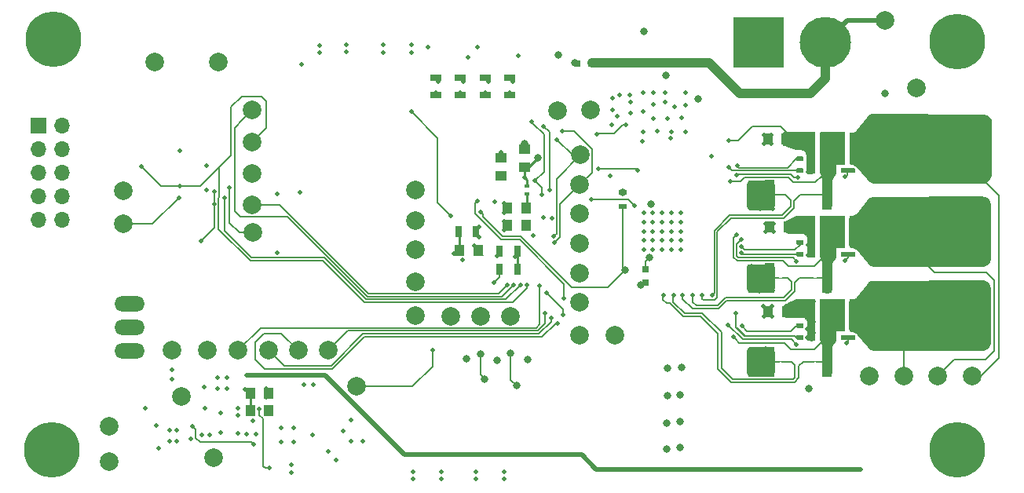
<source format=gbl>
G04 #@! TF.GenerationSoftware,KiCad,Pcbnew,(5.1.5)-3*
G04 #@! TF.CreationDate,2020-02-07T19:54:23-03:30*
G04 #@! TF.ProjectId,MCU_Powertrain,4d43555f-506f-4776-9572-747261696e2e,rev?*
G04 #@! TF.SameCoordinates,Original*
G04 #@! TF.FileFunction,Copper,L4,Bot*
G04 #@! TF.FilePolarity,Positive*
%FSLAX46Y46*%
G04 Gerber Fmt 4.6, Leading zero omitted, Abs format (unit mm)*
G04 Created by KiCad (PCBNEW (5.1.5)-3) date 2020-02-07 19:54:23*
%MOMM*%
%LPD*%
G04 APERTURE LIST*
%ADD10C,0.100000*%
%ADD11R,0.750000X0.800000*%
%ADD12R,1.000000X1.250000*%
%ADD13R,0.800000X0.750000*%
%ADD14R,1.250000X1.000000*%
%ADD15C,6.000000*%
%ADD16C,0.800000*%
%ADD17O,1.700000X1.700000*%
%ADD18R,1.700000X1.700000*%
%ADD19O,3.276600X1.638300*%
%ADD20C,5.516000*%
%ADD21R,5.516000X5.516000*%
%ADD22R,0.700000X1.300000*%
%ADD23R,0.600000X0.400000*%
%ADD24R,0.900000X0.500000*%
%ADD25R,1.000000X3.200000*%
%ADD26R,1.300000X0.700000*%
%ADD27C,0.500000*%
%ADD28C,0.127000*%
%ADD29C,2.000000*%
%ADD30C,0.127000*%
%ADD31C,0.500000*%
%ADD32C,0.250000*%
%ADD33C,1.000000*%
G04 APERTURE END LIST*
D10*
G36*
X88181000Y-107436500D02*
G01*
X87800000Y-107436500D01*
X87800000Y-107563500D01*
X88181000Y-107563500D01*
X88181000Y-107436500D01*
G37*
G36*
X88190500Y-116436500D02*
G01*
X87809500Y-116436500D01*
X87809500Y-116563500D01*
X88190500Y-116563500D01*
X88190500Y-116436500D01*
G37*
G36*
X88190500Y-98436500D02*
G01*
X87809500Y-98436500D01*
X87809500Y-98563500D01*
X88190500Y-98563500D01*
X88190500Y-98436500D01*
G37*
G36*
X91509500Y-107563500D02*
G01*
X91890500Y-107563500D01*
X91890500Y-107436500D01*
X91509500Y-107436500D01*
X91509500Y-107563500D01*
G37*
G36*
X91509500Y-116563500D02*
G01*
X91890500Y-116563500D01*
X91890500Y-116436500D01*
X91509500Y-116436500D01*
X91509500Y-116563500D01*
G37*
G36*
X91409500Y-98563500D02*
G01*
X91790500Y-98563500D01*
X91790500Y-98436500D01*
X91409500Y-98436500D01*
X91409500Y-98563500D01*
G37*
D11*
X73445000Y-106515000D03*
X73445000Y-108015000D03*
D12*
X86600000Y-92500000D03*
X88600000Y-92500000D03*
X88800000Y-102000000D03*
X86800000Y-102000000D03*
X86625000Y-111100000D03*
X88625000Y-111100000D03*
D13*
X66085000Y-84330000D03*
X67585000Y-84330000D03*
D14*
X57850000Y-94500000D03*
X57850000Y-96500000D03*
X60400000Y-93550000D03*
X60400000Y-95550000D03*
D12*
X53375000Y-104475000D03*
X55375000Y-104475000D03*
X58525000Y-99925000D03*
X60525000Y-99925000D03*
X60525000Y-101825000D03*
X58525000Y-101825000D03*
D15*
X107000000Y-126000000D03*
D16*
X109250000Y-126000000D03*
X108590990Y-127590990D03*
X107000000Y-128250000D03*
X105409010Y-127590990D03*
X104750000Y-126000000D03*
X105409010Y-124409010D03*
X107000000Y-123750000D03*
X108590990Y-124409010D03*
X11040990Y-124409010D03*
X9450000Y-123750000D03*
X7859010Y-124409010D03*
X7200000Y-126000000D03*
X7859010Y-127590990D03*
X9450000Y-128250000D03*
X11040990Y-127590990D03*
X11700000Y-126000000D03*
D15*
X9450000Y-126000000D03*
D16*
X11140990Y-80159010D03*
X9550000Y-79500000D03*
X7959010Y-80159010D03*
X7300000Y-81750000D03*
X7959010Y-83340990D03*
X9550000Y-84000000D03*
X11140990Y-83340990D03*
X11800000Y-81750000D03*
D15*
X9550000Y-81750000D03*
X107000000Y-82000000D03*
D16*
X109250000Y-82000000D03*
X108590990Y-83590990D03*
X107000000Y-84250000D03*
X105409010Y-83590990D03*
X104750000Y-82000000D03*
X105409010Y-80409010D03*
X107000000Y-79750000D03*
X108590990Y-80409010D03*
D17*
X10470000Y-101180000D03*
X7930000Y-101180000D03*
X10470000Y-98640000D03*
X7930000Y-98640000D03*
X10470000Y-96100000D03*
X7930000Y-96100000D03*
X10470000Y-93560000D03*
X7930000Y-93560000D03*
X10470000Y-91020000D03*
D18*
X7930000Y-91020000D03*
D19*
X17820000Y-112800000D03*
X17820000Y-115340000D03*
X17820000Y-110260000D03*
D20*
X92800000Y-82100000D03*
D21*
X85600000Y-82100000D03*
D22*
X53250000Y-102500000D03*
X55150000Y-102500000D03*
D23*
X60625000Y-98425000D03*
X60625000Y-97525000D03*
G04 #@! TA.AperFunction,SMDPad,CuDef*
D10*
G36*
X95954901Y-104655241D02*
G01*
X95959755Y-104655961D01*
X95964514Y-104657153D01*
X95969134Y-104658806D01*
X95973570Y-104660904D01*
X95977779Y-104663427D01*
X95981720Y-104666349D01*
X95985355Y-104669645D01*
X95988651Y-104673280D01*
X95991573Y-104677221D01*
X95994096Y-104681430D01*
X95996194Y-104685866D01*
X95997847Y-104690486D01*
X95999039Y-104695245D01*
X95999759Y-104700099D01*
X96000000Y-104705000D01*
X96000000Y-105105000D01*
X95999759Y-105109901D01*
X95999039Y-105114755D01*
X95997847Y-105119514D01*
X95996194Y-105124134D01*
X95994096Y-105128570D01*
X95991573Y-105132779D01*
X95988651Y-105136720D01*
X95985355Y-105140355D01*
X95981720Y-105143651D01*
X95977779Y-105146573D01*
X95973570Y-105149096D01*
X95969134Y-105151194D01*
X95964514Y-105152847D01*
X95959755Y-105154039D01*
X95954901Y-105154759D01*
X95950000Y-105155000D01*
X94550000Y-105155000D01*
X94545099Y-105154759D01*
X94540245Y-105154039D01*
X94535486Y-105152847D01*
X94530866Y-105151194D01*
X94526430Y-105149096D01*
X94522221Y-105146573D01*
X94518280Y-105143651D01*
X94514645Y-105140355D01*
X94511349Y-105136720D01*
X94508427Y-105132779D01*
X94505904Y-105128570D01*
X94503806Y-105124134D01*
X94502153Y-105119514D01*
X94500961Y-105114755D01*
X94500241Y-105109901D01*
X94500000Y-105105000D01*
X94500000Y-104705000D01*
X94500241Y-104700099D01*
X94500961Y-104695245D01*
X94502153Y-104690486D01*
X94503806Y-104685866D01*
X94505904Y-104681430D01*
X94508427Y-104677221D01*
X94511349Y-104673280D01*
X94514645Y-104669645D01*
X94518280Y-104666349D01*
X94522221Y-104663427D01*
X94526430Y-104660904D01*
X94530866Y-104658806D01*
X94535486Y-104657153D01*
X94540245Y-104655961D01*
X94545099Y-104655241D01*
X94550000Y-104655000D01*
X95950000Y-104655000D01*
X95954901Y-104655241D01*
G37*
G04 #@! TD.AperFunction*
G04 #@! TA.AperFunction,SMDPad,CuDef*
G36*
X95945881Y-100800289D02*
G01*
X95951705Y-100801153D01*
X95957417Y-100802584D01*
X95962961Y-100804567D01*
X95968284Y-100807085D01*
X95973334Y-100810112D01*
X95978064Y-100813619D01*
X95982426Y-100817574D01*
X95986381Y-100821936D01*
X95989888Y-100826666D01*
X95992915Y-100831716D01*
X95995433Y-100837039D01*
X95997416Y-100842583D01*
X95998847Y-100848295D01*
X95999711Y-100854119D01*
X96000000Y-100860000D01*
X96000000Y-104140000D01*
X95999711Y-104145881D01*
X95998847Y-104151705D01*
X95997416Y-104157417D01*
X95995433Y-104162961D01*
X95992915Y-104168284D01*
X95989888Y-104173334D01*
X95986381Y-104178064D01*
X95982426Y-104182426D01*
X95978064Y-104186381D01*
X95973334Y-104189888D01*
X95968284Y-104192915D01*
X95962961Y-104195433D01*
X95957417Y-104197416D01*
X95951705Y-104198847D01*
X95945881Y-104199711D01*
X95940000Y-104200000D01*
X95460000Y-104200000D01*
X95454119Y-104199711D01*
X95448295Y-104198847D01*
X95442583Y-104197416D01*
X95437039Y-104195433D01*
X95431716Y-104192915D01*
X95426666Y-104189888D01*
X95421936Y-104186381D01*
X95417574Y-104182426D01*
X95413619Y-104178064D01*
X95410112Y-104173334D01*
X95407085Y-104168284D01*
X95404567Y-104162961D01*
X95402584Y-104157417D01*
X95401153Y-104151705D01*
X95400289Y-104145881D01*
X95400000Y-104140000D01*
X95400000Y-100860000D01*
X95400289Y-100854119D01*
X95401153Y-100848295D01*
X95402584Y-100842583D01*
X95404567Y-100837039D01*
X95407085Y-100831716D01*
X95410112Y-100826666D01*
X95413619Y-100821936D01*
X95417574Y-100817574D01*
X95421936Y-100813619D01*
X95426666Y-100810112D01*
X95431716Y-100807085D01*
X95437039Y-100804567D01*
X95442583Y-100802584D01*
X95448295Y-100801153D01*
X95454119Y-100800289D01*
X95460000Y-100800000D01*
X95940000Y-100800000D01*
X95945881Y-100800289D01*
G37*
G04 #@! TD.AperFunction*
G04 #@! TA.AperFunction,SMDPad,CuDef*
G36*
X92250961Y-100790245D02*
G01*
X92253806Y-100780866D01*
X92258427Y-100772221D01*
X92264645Y-100764645D01*
X92272221Y-100758427D01*
X92280866Y-100753806D01*
X92290245Y-100750961D01*
X92300000Y-100750000D01*
X94900000Y-100750000D01*
X94909755Y-100750961D01*
X94919134Y-100753806D01*
X94927779Y-100758427D01*
X94935355Y-100764645D01*
X94941573Y-100772221D01*
X94946194Y-100780866D01*
X94949039Y-100790245D01*
X94950000Y-100800000D01*
X94950000Y-104200000D01*
X94949039Y-104209755D01*
X94946194Y-104219134D01*
X94941573Y-104227779D01*
X94935355Y-104235355D01*
X94927779Y-104241573D01*
X94919134Y-104246194D01*
X94909755Y-104249039D01*
X94900000Y-104250000D01*
X93950000Y-104250000D01*
X93950000Y-105200000D01*
X93949039Y-105209755D01*
X93946194Y-105219134D01*
X93941573Y-105227779D01*
X93935355Y-105235355D01*
X93927779Y-105241573D01*
X93919134Y-105246194D01*
X93909755Y-105249039D01*
X93900000Y-105250000D01*
X92300000Y-105250000D01*
X92290245Y-105249039D01*
X92280866Y-105246194D01*
X92272221Y-105241573D01*
X92264645Y-105235355D01*
X92258427Y-105227779D01*
X92253806Y-105219134D01*
X92250961Y-105209755D01*
X92250000Y-105200000D01*
X92250000Y-100800000D01*
X92250961Y-100790245D01*
G37*
G04 #@! TD.AperFunction*
G04 #@! TA.AperFunction,SMDPad,CuDef*
G36*
X91643921Y-100750193D02*
G01*
X91647804Y-100750769D01*
X91651611Y-100751722D01*
X91655307Y-100753045D01*
X91658856Y-100754723D01*
X91662223Y-100756741D01*
X91665376Y-100759080D01*
X91668284Y-100761716D01*
X91670920Y-100764624D01*
X91673259Y-100767777D01*
X91675277Y-100771144D01*
X91676955Y-100774693D01*
X91678278Y-100778389D01*
X91679231Y-100782196D01*
X91679807Y-100786079D01*
X91680000Y-100790000D01*
X91680000Y-105210000D01*
X91679807Y-105213921D01*
X91679231Y-105217804D01*
X91678278Y-105221611D01*
X91676955Y-105225307D01*
X91675277Y-105228856D01*
X91673259Y-105232223D01*
X91670920Y-105235376D01*
X91668284Y-105238284D01*
X91665376Y-105240920D01*
X91662223Y-105243259D01*
X91658856Y-105245277D01*
X91655307Y-105246955D01*
X91651611Y-105248278D01*
X91647804Y-105249231D01*
X91643921Y-105249807D01*
X91640000Y-105250000D01*
X90920000Y-105250000D01*
X90916079Y-105249807D01*
X90912196Y-105249231D01*
X90908389Y-105248278D01*
X90904693Y-105246955D01*
X90901144Y-105245277D01*
X90897777Y-105243259D01*
X90894624Y-105240920D01*
X90891716Y-105238284D01*
X90889080Y-105235376D01*
X90886741Y-105232223D01*
X90884723Y-105228856D01*
X90883045Y-105225307D01*
X90881722Y-105221611D01*
X90880769Y-105217804D01*
X90880193Y-105213921D01*
X90880000Y-105210000D01*
X90880000Y-100790000D01*
X90880193Y-100786079D01*
X90880769Y-100782196D01*
X90881722Y-100778389D01*
X90883045Y-100774693D01*
X90884723Y-100771144D01*
X90886741Y-100767777D01*
X90889080Y-100764624D01*
X90891716Y-100761716D01*
X90894624Y-100759080D01*
X90897777Y-100756741D01*
X90901144Y-100754723D01*
X90904693Y-100753045D01*
X90908389Y-100751722D01*
X90912196Y-100750769D01*
X90916079Y-100750193D01*
X90920000Y-100750000D01*
X91640000Y-100750000D01*
X91643921Y-100750193D01*
G37*
G04 #@! TD.AperFunction*
G04 #@! TA.AperFunction,SMDPad,CuDef*
G36*
X90358901Y-104655241D02*
G01*
X90363755Y-104655961D01*
X90368514Y-104657153D01*
X90373134Y-104658806D01*
X90377570Y-104660904D01*
X90381779Y-104663427D01*
X90385720Y-104666349D01*
X90389355Y-104669645D01*
X90392651Y-104673280D01*
X90395573Y-104677221D01*
X90398096Y-104681430D01*
X90400194Y-104685866D01*
X90401847Y-104690486D01*
X90403039Y-104695245D01*
X90403759Y-104700099D01*
X90404000Y-104705000D01*
X90404000Y-105105000D01*
X90403759Y-105109901D01*
X90403039Y-105114755D01*
X90401847Y-105119514D01*
X90400194Y-105124134D01*
X90398096Y-105128570D01*
X90395573Y-105132779D01*
X90392651Y-105136720D01*
X90389355Y-105140355D01*
X90385720Y-105143651D01*
X90381779Y-105146573D01*
X90377570Y-105149096D01*
X90373134Y-105151194D01*
X90368514Y-105152847D01*
X90363755Y-105154039D01*
X90358901Y-105154759D01*
X90354000Y-105155000D01*
X89754000Y-105155000D01*
X89749099Y-105154759D01*
X89744245Y-105154039D01*
X89739486Y-105152847D01*
X89734866Y-105151194D01*
X89730430Y-105149096D01*
X89726221Y-105146573D01*
X89722280Y-105143651D01*
X89718645Y-105140355D01*
X89715349Y-105136720D01*
X89712427Y-105132779D01*
X89709904Y-105128570D01*
X89707806Y-105124134D01*
X89706153Y-105119514D01*
X89704961Y-105114755D01*
X89704241Y-105109901D01*
X89704000Y-105105000D01*
X89704000Y-104705000D01*
X89704241Y-104700099D01*
X89704961Y-104695245D01*
X89706153Y-104690486D01*
X89707806Y-104685866D01*
X89709904Y-104681430D01*
X89712427Y-104677221D01*
X89715349Y-104673280D01*
X89718645Y-104669645D01*
X89722280Y-104666349D01*
X89726221Y-104663427D01*
X89730430Y-104660904D01*
X89734866Y-104658806D01*
X89739486Y-104657153D01*
X89744245Y-104655961D01*
X89749099Y-104655241D01*
X89754000Y-104655000D01*
X90354000Y-104655000D01*
X90358901Y-104655241D01*
G37*
G04 #@! TD.AperFunction*
G04 #@! TA.AperFunction,SMDPad,CuDef*
G36*
X90358901Y-100845241D02*
G01*
X90363755Y-100845961D01*
X90368514Y-100847153D01*
X90373134Y-100848806D01*
X90377570Y-100850904D01*
X90381779Y-100853427D01*
X90385720Y-100856349D01*
X90389355Y-100859645D01*
X90392651Y-100863280D01*
X90395573Y-100867221D01*
X90398096Y-100871430D01*
X90400194Y-100875866D01*
X90401847Y-100880486D01*
X90403039Y-100885245D01*
X90403759Y-100890099D01*
X90404000Y-100895000D01*
X90404000Y-101295000D01*
X90403759Y-101299901D01*
X90403039Y-101304755D01*
X90401847Y-101309514D01*
X90400194Y-101314134D01*
X90398096Y-101318570D01*
X90395573Y-101322779D01*
X90392651Y-101326720D01*
X90389355Y-101330355D01*
X90385720Y-101333651D01*
X90381779Y-101336573D01*
X90377570Y-101339096D01*
X90373134Y-101341194D01*
X90368514Y-101342847D01*
X90363755Y-101344039D01*
X90358901Y-101344759D01*
X90354000Y-101345000D01*
X89754000Y-101345000D01*
X89749099Y-101344759D01*
X89744245Y-101344039D01*
X89739486Y-101342847D01*
X89734866Y-101341194D01*
X89730430Y-101339096D01*
X89726221Y-101336573D01*
X89722280Y-101333651D01*
X89718645Y-101330355D01*
X89715349Y-101326720D01*
X89712427Y-101322779D01*
X89709904Y-101318570D01*
X89707806Y-101314134D01*
X89706153Y-101309514D01*
X89704961Y-101304755D01*
X89704241Y-101299901D01*
X89704000Y-101295000D01*
X89704000Y-100895000D01*
X89704241Y-100890099D01*
X89704961Y-100885245D01*
X89706153Y-100880486D01*
X89707806Y-100875866D01*
X89709904Y-100871430D01*
X89712427Y-100867221D01*
X89715349Y-100863280D01*
X89718645Y-100859645D01*
X89722280Y-100856349D01*
X89726221Y-100853427D01*
X89730430Y-100850904D01*
X89734866Y-100848806D01*
X89739486Y-100847153D01*
X89744245Y-100845961D01*
X89749099Y-100845241D01*
X89754000Y-100845000D01*
X90354000Y-100845000D01*
X90358901Y-100845241D01*
G37*
G04 #@! TD.AperFunction*
G04 #@! TA.AperFunction,SMDPad,CuDef*
G36*
X90358901Y-103385241D02*
G01*
X90363755Y-103385961D01*
X90368514Y-103387153D01*
X90373134Y-103388806D01*
X90377570Y-103390904D01*
X90381779Y-103393427D01*
X90385720Y-103396349D01*
X90389355Y-103399645D01*
X90392651Y-103403280D01*
X90395573Y-103407221D01*
X90398096Y-103411430D01*
X90400194Y-103415866D01*
X90401847Y-103420486D01*
X90403039Y-103425245D01*
X90403759Y-103430099D01*
X90404000Y-103435000D01*
X90404000Y-103835000D01*
X90403759Y-103839901D01*
X90403039Y-103844755D01*
X90401847Y-103849514D01*
X90400194Y-103854134D01*
X90398096Y-103858570D01*
X90395573Y-103862779D01*
X90392651Y-103866720D01*
X90389355Y-103870355D01*
X90385720Y-103873651D01*
X90381779Y-103876573D01*
X90377570Y-103879096D01*
X90373134Y-103881194D01*
X90368514Y-103882847D01*
X90363755Y-103884039D01*
X90358901Y-103884759D01*
X90354000Y-103885000D01*
X89754000Y-103885000D01*
X89749099Y-103884759D01*
X89744245Y-103884039D01*
X89739486Y-103882847D01*
X89734866Y-103881194D01*
X89730430Y-103879096D01*
X89726221Y-103876573D01*
X89722280Y-103873651D01*
X89718645Y-103870355D01*
X89715349Y-103866720D01*
X89712427Y-103862779D01*
X89709904Y-103858570D01*
X89707806Y-103854134D01*
X89706153Y-103849514D01*
X89704961Y-103844755D01*
X89704241Y-103839901D01*
X89704000Y-103835000D01*
X89704000Y-103435000D01*
X89704241Y-103430099D01*
X89704961Y-103425245D01*
X89706153Y-103420486D01*
X89707806Y-103415866D01*
X89709904Y-103411430D01*
X89712427Y-103407221D01*
X89715349Y-103403280D01*
X89718645Y-103399645D01*
X89722280Y-103396349D01*
X89726221Y-103393427D01*
X89730430Y-103390904D01*
X89734866Y-103388806D01*
X89739486Y-103387153D01*
X89744245Y-103385961D01*
X89749099Y-103385241D01*
X89754000Y-103385000D01*
X90354000Y-103385000D01*
X90358901Y-103385241D01*
G37*
G04 #@! TD.AperFunction*
G04 #@! TA.AperFunction,SMDPad,CuDef*
G36*
X90358901Y-102115241D02*
G01*
X90363755Y-102115961D01*
X90368514Y-102117153D01*
X90373134Y-102118806D01*
X90377570Y-102120904D01*
X90381779Y-102123427D01*
X90385720Y-102126349D01*
X90389355Y-102129645D01*
X90392651Y-102133280D01*
X90395573Y-102137221D01*
X90398096Y-102141430D01*
X90400194Y-102145866D01*
X90401847Y-102150486D01*
X90403039Y-102155245D01*
X90403759Y-102160099D01*
X90404000Y-102165000D01*
X90404000Y-102565000D01*
X90403759Y-102569901D01*
X90403039Y-102574755D01*
X90401847Y-102579514D01*
X90400194Y-102584134D01*
X90398096Y-102588570D01*
X90395573Y-102592779D01*
X90392651Y-102596720D01*
X90389355Y-102600355D01*
X90385720Y-102603651D01*
X90381779Y-102606573D01*
X90377570Y-102609096D01*
X90373134Y-102611194D01*
X90368514Y-102612847D01*
X90363755Y-102614039D01*
X90358901Y-102614759D01*
X90354000Y-102615000D01*
X89754000Y-102615000D01*
X89749099Y-102614759D01*
X89744245Y-102614039D01*
X89739486Y-102612847D01*
X89734866Y-102611194D01*
X89730430Y-102609096D01*
X89726221Y-102606573D01*
X89722280Y-102603651D01*
X89718645Y-102600355D01*
X89715349Y-102596720D01*
X89712427Y-102592779D01*
X89709904Y-102588570D01*
X89707806Y-102584134D01*
X89706153Y-102579514D01*
X89704961Y-102574755D01*
X89704241Y-102569901D01*
X89704000Y-102565000D01*
X89704000Y-102165000D01*
X89704241Y-102160099D01*
X89704961Y-102155245D01*
X89706153Y-102150486D01*
X89707806Y-102145866D01*
X89709904Y-102141430D01*
X89712427Y-102137221D01*
X89715349Y-102133280D01*
X89718645Y-102129645D01*
X89722280Y-102126349D01*
X89726221Y-102123427D01*
X89730430Y-102120904D01*
X89734866Y-102118806D01*
X89739486Y-102117153D01*
X89744245Y-102115961D01*
X89749099Y-102115241D01*
X89754000Y-102115000D01*
X90354000Y-102115000D01*
X90358901Y-102115241D01*
G37*
G04 #@! TD.AperFunction*
G04 #@! TA.AperFunction,SMDPad,CuDef*
G36*
X90358901Y-111090241D02*
G01*
X90363755Y-111090961D01*
X90368514Y-111092153D01*
X90373134Y-111093806D01*
X90377570Y-111095904D01*
X90381779Y-111098427D01*
X90385720Y-111101349D01*
X90389355Y-111104645D01*
X90392651Y-111108280D01*
X90395573Y-111112221D01*
X90398096Y-111116430D01*
X90400194Y-111120866D01*
X90401847Y-111125486D01*
X90403039Y-111130245D01*
X90403759Y-111135099D01*
X90404000Y-111140000D01*
X90404000Y-111540000D01*
X90403759Y-111544901D01*
X90403039Y-111549755D01*
X90401847Y-111554514D01*
X90400194Y-111559134D01*
X90398096Y-111563570D01*
X90395573Y-111567779D01*
X90392651Y-111571720D01*
X90389355Y-111575355D01*
X90385720Y-111578651D01*
X90381779Y-111581573D01*
X90377570Y-111584096D01*
X90373134Y-111586194D01*
X90368514Y-111587847D01*
X90363755Y-111589039D01*
X90358901Y-111589759D01*
X90354000Y-111590000D01*
X89754000Y-111590000D01*
X89749099Y-111589759D01*
X89744245Y-111589039D01*
X89739486Y-111587847D01*
X89734866Y-111586194D01*
X89730430Y-111584096D01*
X89726221Y-111581573D01*
X89722280Y-111578651D01*
X89718645Y-111575355D01*
X89715349Y-111571720D01*
X89712427Y-111567779D01*
X89709904Y-111563570D01*
X89707806Y-111559134D01*
X89706153Y-111554514D01*
X89704961Y-111549755D01*
X89704241Y-111544901D01*
X89704000Y-111540000D01*
X89704000Y-111140000D01*
X89704241Y-111135099D01*
X89704961Y-111130245D01*
X89706153Y-111125486D01*
X89707806Y-111120866D01*
X89709904Y-111116430D01*
X89712427Y-111112221D01*
X89715349Y-111108280D01*
X89718645Y-111104645D01*
X89722280Y-111101349D01*
X89726221Y-111098427D01*
X89730430Y-111095904D01*
X89734866Y-111093806D01*
X89739486Y-111092153D01*
X89744245Y-111090961D01*
X89749099Y-111090241D01*
X89754000Y-111090000D01*
X90354000Y-111090000D01*
X90358901Y-111090241D01*
G37*
G04 #@! TD.AperFunction*
G04 #@! TA.AperFunction,SMDPad,CuDef*
G36*
X90358901Y-112360241D02*
G01*
X90363755Y-112360961D01*
X90368514Y-112362153D01*
X90373134Y-112363806D01*
X90377570Y-112365904D01*
X90381779Y-112368427D01*
X90385720Y-112371349D01*
X90389355Y-112374645D01*
X90392651Y-112378280D01*
X90395573Y-112382221D01*
X90398096Y-112386430D01*
X90400194Y-112390866D01*
X90401847Y-112395486D01*
X90403039Y-112400245D01*
X90403759Y-112405099D01*
X90404000Y-112410000D01*
X90404000Y-112810000D01*
X90403759Y-112814901D01*
X90403039Y-112819755D01*
X90401847Y-112824514D01*
X90400194Y-112829134D01*
X90398096Y-112833570D01*
X90395573Y-112837779D01*
X90392651Y-112841720D01*
X90389355Y-112845355D01*
X90385720Y-112848651D01*
X90381779Y-112851573D01*
X90377570Y-112854096D01*
X90373134Y-112856194D01*
X90368514Y-112857847D01*
X90363755Y-112859039D01*
X90358901Y-112859759D01*
X90354000Y-112860000D01*
X89754000Y-112860000D01*
X89749099Y-112859759D01*
X89744245Y-112859039D01*
X89739486Y-112857847D01*
X89734866Y-112856194D01*
X89730430Y-112854096D01*
X89726221Y-112851573D01*
X89722280Y-112848651D01*
X89718645Y-112845355D01*
X89715349Y-112841720D01*
X89712427Y-112837779D01*
X89709904Y-112833570D01*
X89707806Y-112829134D01*
X89706153Y-112824514D01*
X89704961Y-112819755D01*
X89704241Y-112814901D01*
X89704000Y-112810000D01*
X89704000Y-112410000D01*
X89704241Y-112405099D01*
X89704961Y-112400245D01*
X89706153Y-112395486D01*
X89707806Y-112390866D01*
X89709904Y-112386430D01*
X89712427Y-112382221D01*
X89715349Y-112378280D01*
X89718645Y-112374645D01*
X89722280Y-112371349D01*
X89726221Y-112368427D01*
X89730430Y-112365904D01*
X89734866Y-112363806D01*
X89739486Y-112362153D01*
X89744245Y-112360961D01*
X89749099Y-112360241D01*
X89754000Y-112360000D01*
X90354000Y-112360000D01*
X90358901Y-112360241D01*
G37*
G04 #@! TD.AperFunction*
G04 #@! TA.AperFunction,SMDPad,CuDef*
G36*
X90358901Y-109820241D02*
G01*
X90363755Y-109820961D01*
X90368514Y-109822153D01*
X90373134Y-109823806D01*
X90377570Y-109825904D01*
X90381779Y-109828427D01*
X90385720Y-109831349D01*
X90389355Y-109834645D01*
X90392651Y-109838280D01*
X90395573Y-109842221D01*
X90398096Y-109846430D01*
X90400194Y-109850866D01*
X90401847Y-109855486D01*
X90403039Y-109860245D01*
X90403759Y-109865099D01*
X90404000Y-109870000D01*
X90404000Y-110270000D01*
X90403759Y-110274901D01*
X90403039Y-110279755D01*
X90401847Y-110284514D01*
X90400194Y-110289134D01*
X90398096Y-110293570D01*
X90395573Y-110297779D01*
X90392651Y-110301720D01*
X90389355Y-110305355D01*
X90385720Y-110308651D01*
X90381779Y-110311573D01*
X90377570Y-110314096D01*
X90373134Y-110316194D01*
X90368514Y-110317847D01*
X90363755Y-110319039D01*
X90358901Y-110319759D01*
X90354000Y-110320000D01*
X89754000Y-110320000D01*
X89749099Y-110319759D01*
X89744245Y-110319039D01*
X89739486Y-110317847D01*
X89734866Y-110316194D01*
X89730430Y-110314096D01*
X89726221Y-110311573D01*
X89722280Y-110308651D01*
X89718645Y-110305355D01*
X89715349Y-110301720D01*
X89712427Y-110297779D01*
X89709904Y-110293570D01*
X89707806Y-110289134D01*
X89706153Y-110284514D01*
X89704961Y-110279755D01*
X89704241Y-110274901D01*
X89704000Y-110270000D01*
X89704000Y-109870000D01*
X89704241Y-109865099D01*
X89704961Y-109860245D01*
X89706153Y-109855486D01*
X89707806Y-109850866D01*
X89709904Y-109846430D01*
X89712427Y-109842221D01*
X89715349Y-109838280D01*
X89718645Y-109834645D01*
X89722280Y-109831349D01*
X89726221Y-109828427D01*
X89730430Y-109825904D01*
X89734866Y-109823806D01*
X89739486Y-109822153D01*
X89744245Y-109820961D01*
X89749099Y-109820241D01*
X89754000Y-109820000D01*
X90354000Y-109820000D01*
X90358901Y-109820241D01*
G37*
G04 #@! TD.AperFunction*
G04 #@! TA.AperFunction,SMDPad,CuDef*
G36*
X90358901Y-113630241D02*
G01*
X90363755Y-113630961D01*
X90368514Y-113632153D01*
X90373134Y-113633806D01*
X90377570Y-113635904D01*
X90381779Y-113638427D01*
X90385720Y-113641349D01*
X90389355Y-113644645D01*
X90392651Y-113648280D01*
X90395573Y-113652221D01*
X90398096Y-113656430D01*
X90400194Y-113660866D01*
X90401847Y-113665486D01*
X90403039Y-113670245D01*
X90403759Y-113675099D01*
X90404000Y-113680000D01*
X90404000Y-114080000D01*
X90403759Y-114084901D01*
X90403039Y-114089755D01*
X90401847Y-114094514D01*
X90400194Y-114099134D01*
X90398096Y-114103570D01*
X90395573Y-114107779D01*
X90392651Y-114111720D01*
X90389355Y-114115355D01*
X90385720Y-114118651D01*
X90381779Y-114121573D01*
X90377570Y-114124096D01*
X90373134Y-114126194D01*
X90368514Y-114127847D01*
X90363755Y-114129039D01*
X90358901Y-114129759D01*
X90354000Y-114130000D01*
X89754000Y-114130000D01*
X89749099Y-114129759D01*
X89744245Y-114129039D01*
X89739486Y-114127847D01*
X89734866Y-114126194D01*
X89730430Y-114124096D01*
X89726221Y-114121573D01*
X89722280Y-114118651D01*
X89718645Y-114115355D01*
X89715349Y-114111720D01*
X89712427Y-114107779D01*
X89709904Y-114103570D01*
X89707806Y-114099134D01*
X89706153Y-114094514D01*
X89704961Y-114089755D01*
X89704241Y-114084901D01*
X89704000Y-114080000D01*
X89704000Y-113680000D01*
X89704241Y-113675099D01*
X89704961Y-113670245D01*
X89706153Y-113665486D01*
X89707806Y-113660866D01*
X89709904Y-113656430D01*
X89712427Y-113652221D01*
X89715349Y-113648280D01*
X89718645Y-113644645D01*
X89722280Y-113641349D01*
X89726221Y-113638427D01*
X89730430Y-113635904D01*
X89734866Y-113633806D01*
X89739486Y-113632153D01*
X89744245Y-113630961D01*
X89749099Y-113630241D01*
X89754000Y-113630000D01*
X90354000Y-113630000D01*
X90358901Y-113630241D01*
G37*
G04 #@! TD.AperFunction*
G04 #@! TA.AperFunction,SMDPad,CuDef*
G36*
X91643921Y-109725193D02*
G01*
X91647804Y-109725769D01*
X91651611Y-109726722D01*
X91655307Y-109728045D01*
X91658856Y-109729723D01*
X91662223Y-109731741D01*
X91665376Y-109734080D01*
X91668284Y-109736716D01*
X91670920Y-109739624D01*
X91673259Y-109742777D01*
X91675277Y-109746144D01*
X91676955Y-109749693D01*
X91678278Y-109753389D01*
X91679231Y-109757196D01*
X91679807Y-109761079D01*
X91680000Y-109765000D01*
X91680000Y-114185000D01*
X91679807Y-114188921D01*
X91679231Y-114192804D01*
X91678278Y-114196611D01*
X91676955Y-114200307D01*
X91675277Y-114203856D01*
X91673259Y-114207223D01*
X91670920Y-114210376D01*
X91668284Y-114213284D01*
X91665376Y-114215920D01*
X91662223Y-114218259D01*
X91658856Y-114220277D01*
X91655307Y-114221955D01*
X91651611Y-114223278D01*
X91647804Y-114224231D01*
X91643921Y-114224807D01*
X91640000Y-114225000D01*
X90920000Y-114225000D01*
X90916079Y-114224807D01*
X90912196Y-114224231D01*
X90908389Y-114223278D01*
X90904693Y-114221955D01*
X90901144Y-114220277D01*
X90897777Y-114218259D01*
X90894624Y-114215920D01*
X90891716Y-114213284D01*
X90889080Y-114210376D01*
X90886741Y-114207223D01*
X90884723Y-114203856D01*
X90883045Y-114200307D01*
X90881722Y-114196611D01*
X90880769Y-114192804D01*
X90880193Y-114188921D01*
X90880000Y-114185000D01*
X90880000Y-109765000D01*
X90880193Y-109761079D01*
X90880769Y-109757196D01*
X90881722Y-109753389D01*
X90883045Y-109749693D01*
X90884723Y-109746144D01*
X90886741Y-109742777D01*
X90889080Y-109739624D01*
X90891716Y-109736716D01*
X90894624Y-109734080D01*
X90897777Y-109731741D01*
X90901144Y-109729723D01*
X90904693Y-109728045D01*
X90908389Y-109726722D01*
X90912196Y-109725769D01*
X90916079Y-109725193D01*
X90920000Y-109725000D01*
X91640000Y-109725000D01*
X91643921Y-109725193D01*
G37*
G04 #@! TD.AperFunction*
G04 #@! TA.AperFunction,SMDPad,CuDef*
G36*
X92250961Y-109765245D02*
G01*
X92253806Y-109755866D01*
X92258427Y-109747221D01*
X92264645Y-109739645D01*
X92272221Y-109733427D01*
X92280866Y-109728806D01*
X92290245Y-109725961D01*
X92300000Y-109725000D01*
X94900000Y-109725000D01*
X94909755Y-109725961D01*
X94919134Y-109728806D01*
X94927779Y-109733427D01*
X94935355Y-109739645D01*
X94941573Y-109747221D01*
X94946194Y-109755866D01*
X94949039Y-109765245D01*
X94950000Y-109775000D01*
X94950000Y-113175000D01*
X94949039Y-113184755D01*
X94946194Y-113194134D01*
X94941573Y-113202779D01*
X94935355Y-113210355D01*
X94927779Y-113216573D01*
X94919134Y-113221194D01*
X94909755Y-113224039D01*
X94900000Y-113225000D01*
X93950000Y-113225000D01*
X93950000Y-114175000D01*
X93949039Y-114184755D01*
X93946194Y-114194134D01*
X93941573Y-114202779D01*
X93935355Y-114210355D01*
X93927779Y-114216573D01*
X93919134Y-114221194D01*
X93909755Y-114224039D01*
X93900000Y-114225000D01*
X92300000Y-114225000D01*
X92290245Y-114224039D01*
X92280866Y-114221194D01*
X92272221Y-114216573D01*
X92264645Y-114210355D01*
X92258427Y-114202779D01*
X92253806Y-114194134D01*
X92250961Y-114184755D01*
X92250000Y-114175000D01*
X92250000Y-109775000D01*
X92250961Y-109765245D01*
G37*
G04 #@! TD.AperFunction*
G04 #@! TA.AperFunction,SMDPad,CuDef*
G36*
X95945881Y-109775289D02*
G01*
X95951705Y-109776153D01*
X95957417Y-109777584D01*
X95962961Y-109779567D01*
X95968284Y-109782085D01*
X95973334Y-109785112D01*
X95978064Y-109788619D01*
X95982426Y-109792574D01*
X95986381Y-109796936D01*
X95989888Y-109801666D01*
X95992915Y-109806716D01*
X95995433Y-109812039D01*
X95997416Y-109817583D01*
X95998847Y-109823295D01*
X95999711Y-109829119D01*
X96000000Y-109835000D01*
X96000000Y-113115000D01*
X95999711Y-113120881D01*
X95998847Y-113126705D01*
X95997416Y-113132417D01*
X95995433Y-113137961D01*
X95992915Y-113143284D01*
X95989888Y-113148334D01*
X95986381Y-113153064D01*
X95982426Y-113157426D01*
X95978064Y-113161381D01*
X95973334Y-113164888D01*
X95968284Y-113167915D01*
X95962961Y-113170433D01*
X95957417Y-113172416D01*
X95951705Y-113173847D01*
X95945881Y-113174711D01*
X95940000Y-113175000D01*
X95460000Y-113175000D01*
X95454119Y-113174711D01*
X95448295Y-113173847D01*
X95442583Y-113172416D01*
X95437039Y-113170433D01*
X95431716Y-113167915D01*
X95426666Y-113164888D01*
X95421936Y-113161381D01*
X95417574Y-113157426D01*
X95413619Y-113153064D01*
X95410112Y-113148334D01*
X95407085Y-113143284D01*
X95404567Y-113137961D01*
X95402584Y-113132417D01*
X95401153Y-113126705D01*
X95400289Y-113120881D01*
X95400000Y-113115000D01*
X95400000Y-109835000D01*
X95400289Y-109829119D01*
X95401153Y-109823295D01*
X95402584Y-109817583D01*
X95404567Y-109812039D01*
X95407085Y-109806716D01*
X95410112Y-109801666D01*
X95413619Y-109796936D01*
X95417574Y-109792574D01*
X95421936Y-109788619D01*
X95426666Y-109785112D01*
X95431716Y-109782085D01*
X95437039Y-109779567D01*
X95442583Y-109777584D01*
X95448295Y-109776153D01*
X95454119Y-109775289D01*
X95460000Y-109775000D01*
X95940000Y-109775000D01*
X95945881Y-109775289D01*
G37*
G04 #@! TD.AperFunction*
G04 #@! TA.AperFunction,SMDPad,CuDef*
G36*
X95954901Y-113630241D02*
G01*
X95959755Y-113630961D01*
X95964514Y-113632153D01*
X95969134Y-113633806D01*
X95973570Y-113635904D01*
X95977779Y-113638427D01*
X95981720Y-113641349D01*
X95985355Y-113644645D01*
X95988651Y-113648280D01*
X95991573Y-113652221D01*
X95994096Y-113656430D01*
X95996194Y-113660866D01*
X95997847Y-113665486D01*
X95999039Y-113670245D01*
X95999759Y-113675099D01*
X96000000Y-113680000D01*
X96000000Y-114080000D01*
X95999759Y-114084901D01*
X95999039Y-114089755D01*
X95997847Y-114094514D01*
X95996194Y-114099134D01*
X95994096Y-114103570D01*
X95991573Y-114107779D01*
X95988651Y-114111720D01*
X95985355Y-114115355D01*
X95981720Y-114118651D01*
X95977779Y-114121573D01*
X95973570Y-114124096D01*
X95969134Y-114126194D01*
X95964514Y-114127847D01*
X95959755Y-114129039D01*
X95954901Y-114129759D01*
X95950000Y-114130000D01*
X94550000Y-114130000D01*
X94545099Y-114129759D01*
X94540245Y-114129039D01*
X94535486Y-114127847D01*
X94530866Y-114126194D01*
X94526430Y-114124096D01*
X94522221Y-114121573D01*
X94518280Y-114118651D01*
X94514645Y-114115355D01*
X94511349Y-114111720D01*
X94508427Y-114107779D01*
X94505904Y-114103570D01*
X94503806Y-114099134D01*
X94502153Y-114094514D01*
X94500961Y-114089755D01*
X94500241Y-114084901D01*
X94500000Y-114080000D01*
X94500000Y-113680000D01*
X94500241Y-113675099D01*
X94500961Y-113670245D01*
X94502153Y-113665486D01*
X94503806Y-113660866D01*
X94505904Y-113656430D01*
X94508427Y-113652221D01*
X94511349Y-113648280D01*
X94514645Y-113644645D01*
X94518280Y-113641349D01*
X94522221Y-113638427D01*
X94526430Y-113635904D01*
X94530866Y-113633806D01*
X94535486Y-113632153D01*
X94540245Y-113630961D01*
X94545099Y-113630241D01*
X94550000Y-113630000D01*
X95950000Y-113630000D01*
X95954901Y-113630241D01*
G37*
G04 #@! TD.AperFunction*
G04 #@! TA.AperFunction,SMDPad,CuDef*
G36*
X90358901Y-93115241D02*
G01*
X90363755Y-93115961D01*
X90368514Y-93117153D01*
X90373134Y-93118806D01*
X90377570Y-93120904D01*
X90381779Y-93123427D01*
X90385720Y-93126349D01*
X90389355Y-93129645D01*
X90392651Y-93133280D01*
X90395573Y-93137221D01*
X90398096Y-93141430D01*
X90400194Y-93145866D01*
X90401847Y-93150486D01*
X90403039Y-93155245D01*
X90403759Y-93160099D01*
X90404000Y-93165000D01*
X90404000Y-93565000D01*
X90403759Y-93569901D01*
X90403039Y-93574755D01*
X90401847Y-93579514D01*
X90400194Y-93584134D01*
X90398096Y-93588570D01*
X90395573Y-93592779D01*
X90392651Y-93596720D01*
X90389355Y-93600355D01*
X90385720Y-93603651D01*
X90381779Y-93606573D01*
X90377570Y-93609096D01*
X90373134Y-93611194D01*
X90368514Y-93612847D01*
X90363755Y-93614039D01*
X90358901Y-93614759D01*
X90354000Y-93615000D01*
X89754000Y-93615000D01*
X89749099Y-93614759D01*
X89744245Y-93614039D01*
X89739486Y-93612847D01*
X89734866Y-93611194D01*
X89730430Y-93609096D01*
X89726221Y-93606573D01*
X89722280Y-93603651D01*
X89718645Y-93600355D01*
X89715349Y-93596720D01*
X89712427Y-93592779D01*
X89709904Y-93588570D01*
X89707806Y-93584134D01*
X89706153Y-93579514D01*
X89704961Y-93574755D01*
X89704241Y-93569901D01*
X89704000Y-93565000D01*
X89704000Y-93165000D01*
X89704241Y-93160099D01*
X89704961Y-93155245D01*
X89706153Y-93150486D01*
X89707806Y-93145866D01*
X89709904Y-93141430D01*
X89712427Y-93137221D01*
X89715349Y-93133280D01*
X89718645Y-93129645D01*
X89722280Y-93126349D01*
X89726221Y-93123427D01*
X89730430Y-93120904D01*
X89734866Y-93118806D01*
X89739486Y-93117153D01*
X89744245Y-93115961D01*
X89749099Y-93115241D01*
X89754000Y-93115000D01*
X90354000Y-93115000D01*
X90358901Y-93115241D01*
G37*
G04 #@! TD.AperFunction*
G04 #@! TA.AperFunction,SMDPad,CuDef*
G36*
X90358901Y-94385241D02*
G01*
X90363755Y-94385961D01*
X90368514Y-94387153D01*
X90373134Y-94388806D01*
X90377570Y-94390904D01*
X90381779Y-94393427D01*
X90385720Y-94396349D01*
X90389355Y-94399645D01*
X90392651Y-94403280D01*
X90395573Y-94407221D01*
X90398096Y-94411430D01*
X90400194Y-94415866D01*
X90401847Y-94420486D01*
X90403039Y-94425245D01*
X90403759Y-94430099D01*
X90404000Y-94435000D01*
X90404000Y-94835000D01*
X90403759Y-94839901D01*
X90403039Y-94844755D01*
X90401847Y-94849514D01*
X90400194Y-94854134D01*
X90398096Y-94858570D01*
X90395573Y-94862779D01*
X90392651Y-94866720D01*
X90389355Y-94870355D01*
X90385720Y-94873651D01*
X90381779Y-94876573D01*
X90377570Y-94879096D01*
X90373134Y-94881194D01*
X90368514Y-94882847D01*
X90363755Y-94884039D01*
X90358901Y-94884759D01*
X90354000Y-94885000D01*
X89754000Y-94885000D01*
X89749099Y-94884759D01*
X89744245Y-94884039D01*
X89739486Y-94882847D01*
X89734866Y-94881194D01*
X89730430Y-94879096D01*
X89726221Y-94876573D01*
X89722280Y-94873651D01*
X89718645Y-94870355D01*
X89715349Y-94866720D01*
X89712427Y-94862779D01*
X89709904Y-94858570D01*
X89707806Y-94854134D01*
X89706153Y-94849514D01*
X89704961Y-94844755D01*
X89704241Y-94839901D01*
X89704000Y-94835000D01*
X89704000Y-94435000D01*
X89704241Y-94430099D01*
X89704961Y-94425245D01*
X89706153Y-94420486D01*
X89707806Y-94415866D01*
X89709904Y-94411430D01*
X89712427Y-94407221D01*
X89715349Y-94403280D01*
X89718645Y-94399645D01*
X89722280Y-94396349D01*
X89726221Y-94393427D01*
X89730430Y-94390904D01*
X89734866Y-94388806D01*
X89739486Y-94387153D01*
X89744245Y-94385961D01*
X89749099Y-94385241D01*
X89754000Y-94385000D01*
X90354000Y-94385000D01*
X90358901Y-94385241D01*
G37*
G04 #@! TD.AperFunction*
G04 #@! TA.AperFunction,SMDPad,CuDef*
G36*
X90358901Y-91845241D02*
G01*
X90363755Y-91845961D01*
X90368514Y-91847153D01*
X90373134Y-91848806D01*
X90377570Y-91850904D01*
X90381779Y-91853427D01*
X90385720Y-91856349D01*
X90389355Y-91859645D01*
X90392651Y-91863280D01*
X90395573Y-91867221D01*
X90398096Y-91871430D01*
X90400194Y-91875866D01*
X90401847Y-91880486D01*
X90403039Y-91885245D01*
X90403759Y-91890099D01*
X90404000Y-91895000D01*
X90404000Y-92295000D01*
X90403759Y-92299901D01*
X90403039Y-92304755D01*
X90401847Y-92309514D01*
X90400194Y-92314134D01*
X90398096Y-92318570D01*
X90395573Y-92322779D01*
X90392651Y-92326720D01*
X90389355Y-92330355D01*
X90385720Y-92333651D01*
X90381779Y-92336573D01*
X90377570Y-92339096D01*
X90373134Y-92341194D01*
X90368514Y-92342847D01*
X90363755Y-92344039D01*
X90358901Y-92344759D01*
X90354000Y-92345000D01*
X89754000Y-92345000D01*
X89749099Y-92344759D01*
X89744245Y-92344039D01*
X89739486Y-92342847D01*
X89734866Y-92341194D01*
X89730430Y-92339096D01*
X89726221Y-92336573D01*
X89722280Y-92333651D01*
X89718645Y-92330355D01*
X89715349Y-92326720D01*
X89712427Y-92322779D01*
X89709904Y-92318570D01*
X89707806Y-92314134D01*
X89706153Y-92309514D01*
X89704961Y-92304755D01*
X89704241Y-92299901D01*
X89704000Y-92295000D01*
X89704000Y-91895000D01*
X89704241Y-91890099D01*
X89704961Y-91885245D01*
X89706153Y-91880486D01*
X89707806Y-91875866D01*
X89709904Y-91871430D01*
X89712427Y-91867221D01*
X89715349Y-91863280D01*
X89718645Y-91859645D01*
X89722280Y-91856349D01*
X89726221Y-91853427D01*
X89730430Y-91850904D01*
X89734866Y-91848806D01*
X89739486Y-91847153D01*
X89744245Y-91845961D01*
X89749099Y-91845241D01*
X89754000Y-91845000D01*
X90354000Y-91845000D01*
X90358901Y-91845241D01*
G37*
G04 #@! TD.AperFunction*
G04 #@! TA.AperFunction,SMDPad,CuDef*
G36*
X90358901Y-95655241D02*
G01*
X90363755Y-95655961D01*
X90368514Y-95657153D01*
X90373134Y-95658806D01*
X90377570Y-95660904D01*
X90381779Y-95663427D01*
X90385720Y-95666349D01*
X90389355Y-95669645D01*
X90392651Y-95673280D01*
X90395573Y-95677221D01*
X90398096Y-95681430D01*
X90400194Y-95685866D01*
X90401847Y-95690486D01*
X90403039Y-95695245D01*
X90403759Y-95700099D01*
X90404000Y-95705000D01*
X90404000Y-96105000D01*
X90403759Y-96109901D01*
X90403039Y-96114755D01*
X90401847Y-96119514D01*
X90400194Y-96124134D01*
X90398096Y-96128570D01*
X90395573Y-96132779D01*
X90392651Y-96136720D01*
X90389355Y-96140355D01*
X90385720Y-96143651D01*
X90381779Y-96146573D01*
X90377570Y-96149096D01*
X90373134Y-96151194D01*
X90368514Y-96152847D01*
X90363755Y-96154039D01*
X90358901Y-96154759D01*
X90354000Y-96155000D01*
X89754000Y-96155000D01*
X89749099Y-96154759D01*
X89744245Y-96154039D01*
X89739486Y-96152847D01*
X89734866Y-96151194D01*
X89730430Y-96149096D01*
X89726221Y-96146573D01*
X89722280Y-96143651D01*
X89718645Y-96140355D01*
X89715349Y-96136720D01*
X89712427Y-96132779D01*
X89709904Y-96128570D01*
X89707806Y-96124134D01*
X89706153Y-96119514D01*
X89704961Y-96114755D01*
X89704241Y-96109901D01*
X89704000Y-96105000D01*
X89704000Y-95705000D01*
X89704241Y-95700099D01*
X89704961Y-95695245D01*
X89706153Y-95690486D01*
X89707806Y-95685866D01*
X89709904Y-95681430D01*
X89712427Y-95677221D01*
X89715349Y-95673280D01*
X89718645Y-95669645D01*
X89722280Y-95666349D01*
X89726221Y-95663427D01*
X89730430Y-95660904D01*
X89734866Y-95658806D01*
X89739486Y-95657153D01*
X89744245Y-95655961D01*
X89749099Y-95655241D01*
X89754000Y-95655000D01*
X90354000Y-95655000D01*
X90358901Y-95655241D01*
G37*
G04 #@! TD.AperFunction*
G04 #@! TA.AperFunction,SMDPad,CuDef*
G36*
X91643921Y-91750193D02*
G01*
X91647804Y-91750769D01*
X91651611Y-91751722D01*
X91655307Y-91753045D01*
X91658856Y-91754723D01*
X91662223Y-91756741D01*
X91665376Y-91759080D01*
X91668284Y-91761716D01*
X91670920Y-91764624D01*
X91673259Y-91767777D01*
X91675277Y-91771144D01*
X91676955Y-91774693D01*
X91678278Y-91778389D01*
X91679231Y-91782196D01*
X91679807Y-91786079D01*
X91680000Y-91790000D01*
X91680000Y-96210000D01*
X91679807Y-96213921D01*
X91679231Y-96217804D01*
X91678278Y-96221611D01*
X91676955Y-96225307D01*
X91675277Y-96228856D01*
X91673259Y-96232223D01*
X91670920Y-96235376D01*
X91668284Y-96238284D01*
X91665376Y-96240920D01*
X91662223Y-96243259D01*
X91658856Y-96245277D01*
X91655307Y-96246955D01*
X91651611Y-96248278D01*
X91647804Y-96249231D01*
X91643921Y-96249807D01*
X91640000Y-96250000D01*
X90920000Y-96250000D01*
X90916079Y-96249807D01*
X90912196Y-96249231D01*
X90908389Y-96248278D01*
X90904693Y-96246955D01*
X90901144Y-96245277D01*
X90897777Y-96243259D01*
X90894624Y-96240920D01*
X90891716Y-96238284D01*
X90889080Y-96235376D01*
X90886741Y-96232223D01*
X90884723Y-96228856D01*
X90883045Y-96225307D01*
X90881722Y-96221611D01*
X90880769Y-96217804D01*
X90880193Y-96213921D01*
X90880000Y-96210000D01*
X90880000Y-91790000D01*
X90880193Y-91786079D01*
X90880769Y-91782196D01*
X90881722Y-91778389D01*
X90883045Y-91774693D01*
X90884723Y-91771144D01*
X90886741Y-91767777D01*
X90889080Y-91764624D01*
X90891716Y-91761716D01*
X90894624Y-91759080D01*
X90897777Y-91756741D01*
X90901144Y-91754723D01*
X90904693Y-91753045D01*
X90908389Y-91751722D01*
X90912196Y-91750769D01*
X90916079Y-91750193D01*
X90920000Y-91750000D01*
X91640000Y-91750000D01*
X91643921Y-91750193D01*
G37*
G04 #@! TD.AperFunction*
G04 #@! TA.AperFunction,SMDPad,CuDef*
G36*
X92250961Y-91790245D02*
G01*
X92253806Y-91780866D01*
X92258427Y-91772221D01*
X92264645Y-91764645D01*
X92272221Y-91758427D01*
X92280866Y-91753806D01*
X92290245Y-91750961D01*
X92300000Y-91750000D01*
X94900000Y-91750000D01*
X94909755Y-91750961D01*
X94919134Y-91753806D01*
X94927779Y-91758427D01*
X94935355Y-91764645D01*
X94941573Y-91772221D01*
X94946194Y-91780866D01*
X94949039Y-91790245D01*
X94950000Y-91800000D01*
X94950000Y-95200000D01*
X94949039Y-95209755D01*
X94946194Y-95219134D01*
X94941573Y-95227779D01*
X94935355Y-95235355D01*
X94927779Y-95241573D01*
X94919134Y-95246194D01*
X94909755Y-95249039D01*
X94900000Y-95250000D01*
X93950000Y-95250000D01*
X93950000Y-96200000D01*
X93949039Y-96209755D01*
X93946194Y-96219134D01*
X93941573Y-96227779D01*
X93935355Y-96235355D01*
X93927779Y-96241573D01*
X93919134Y-96246194D01*
X93909755Y-96249039D01*
X93900000Y-96250000D01*
X92300000Y-96250000D01*
X92290245Y-96249039D01*
X92280866Y-96246194D01*
X92272221Y-96241573D01*
X92264645Y-96235355D01*
X92258427Y-96227779D01*
X92253806Y-96219134D01*
X92250961Y-96209755D01*
X92250000Y-96200000D01*
X92250000Y-91800000D01*
X92250961Y-91790245D01*
G37*
G04 #@! TD.AperFunction*
G04 #@! TA.AperFunction,SMDPad,CuDef*
G36*
X95945881Y-91800289D02*
G01*
X95951705Y-91801153D01*
X95957417Y-91802584D01*
X95962961Y-91804567D01*
X95968284Y-91807085D01*
X95973334Y-91810112D01*
X95978064Y-91813619D01*
X95982426Y-91817574D01*
X95986381Y-91821936D01*
X95989888Y-91826666D01*
X95992915Y-91831716D01*
X95995433Y-91837039D01*
X95997416Y-91842583D01*
X95998847Y-91848295D01*
X95999711Y-91854119D01*
X96000000Y-91860000D01*
X96000000Y-95140000D01*
X95999711Y-95145881D01*
X95998847Y-95151705D01*
X95997416Y-95157417D01*
X95995433Y-95162961D01*
X95992915Y-95168284D01*
X95989888Y-95173334D01*
X95986381Y-95178064D01*
X95982426Y-95182426D01*
X95978064Y-95186381D01*
X95973334Y-95189888D01*
X95968284Y-95192915D01*
X95962961Y-95195433D01*
X95957417Y-95197416D01*
X95951705Y-95198847D01*
X95945881Y-95199711D01*
X95940000Y-95200000D01*
X95460000Y-95200000D01*
X95454119Y-95199711D01*
X95448295Y-95198847D01*
X95442583Y-95197416D01*
X95437039Y-95195433D01*
X95431716Y-95192915D01*
X95426666Y-95189888D01*
X95421936Y-95186381D01*
X95417574Y-95182426D01*
X95413619Y-95178064D01*
X95410112Y-95173334D01*
X95407085Y-95168284D01*
X95404567Y-95162961D01*
X95402584Y-95157417D01*
X95401153Y-95151705D01*
X95400289Y-95145881D01*
X95400000Y-95140000D01*
X95400000Y-91860000D01*
X95400289Y-91854119D01*
X95401153Y-91848295D01*
X95402584Y-91842583D01*
X95404567Y-91837039D01*
X95407085Y-91831716D01*
X95410112Y-91826666D01*
X95413619Y-91821936D01*
X95417574Y-91817574D01*
X95421936Y-91813619D01*
X95426666Y-91810112D01*
X95431716Y-91807085D01*
X95437039Y-91804567D01*
X95442583Y-91802584D01*
X95448295Y-91801153D01*
X95454119Y-91800289D01*
X95460000Y-91800000D01*
X95940000Y-91800000D01*
X95945881Y-91800289D01*
G37*
G04 #@! TD.AperFunction*
G04 #@! TA.AperFunction,SMDPad,CuDef*
G36*
X95954901Y-95655241D02*
G01*
X95959755Y-95655961D01*
X95964514Y-95657153D01*
X95969134Y-95658806D01*
X95973570Y-95660904D01*
X95977779Y-95663427D01*
X95981720Y-95666349D01*
X95985355Y-95669645D01*
X95988651Y-95673280D01*
X95991573Y-95677221D01*
X95994096Y-95681430D01*
X95996194Y-95685866D01*
X95997847Y-95690486D01*
X95999039Y-95695245D01*
X95999759Y-95700099D01*
X96000000Y-95705000D01*
X96000000Y-96105000D01*
X95999759Y-96109901D01*
X95999039Y-96114755D01*
X95997847Y-96119514D01*
X95996194Y-96124134D01*
X95994096Y-96128570D01*
X95991573Y-96132779D01*
X95988651Y-96136720D01*
X95985355Y-96140355D01*
X95981720Y-96143651D01*
X95977779Y-96146573D01*
X95973570Y-96149096D01*
X95969134Y-96151194D01*
X95964514Y-96152847D01*
X95959755Y-96154039D01*
X95954901Y-96154759D01*
X95950000Y-96155000D01*
X94550000Y-96155000D01*
X94545099Y-96154759D01*
X94540245Y-96154039D01*
X94535486Y-96152847D01*
X94530866Y-96151194D01*
X94526430Y-96149096D01*
X94522221Y-96146573D01*
X94518280Y-96143651D01*
X94514645Y-96140355D01*
X94511349Y-96136720D01*
X94508427Y-96132779D01*
X94505904Y-96128570D01*
X94503806Y-96124134D01*
X94502153Y-96119514D01*
X94500961Y-96114755D01*
X94500241Y-96109901D01*
X94500000Y-96105000D01*
X94500000Y-95705000D01*
X94500241Y-95700099D01*
X94500961Y-95695245D01*
X94502153Y-95690486D01*
X94503806Y-95685866D01*
X94505904Y-95681430D01*
X94508427Y-95677221D01*
X94511349Y-95673280D01*
X94514645Y-95669645D01*
X94518280Y-95666349D01*
X94522221Y-95663427D01*
X94526430Y-95660904D01*
X94530866Y-95658806D01*
X94535486Y-95657153D01*
X94540245Y-95655961D01*
X94545099Y-95655241D01*
X94550000Y-95655000D01*
X95950000Y-95655000D01*
X95954901Y-95655241D01*
G37*
G04 #@! TD.AperFunction*
D24*
X70950000Y-98250000D03*
X70950000Y-99750000D03*
D25*
X86800000Y-107500000D03*
X93000000Y-107500000D03*
X93000000Y-116500000D03*
X86800000Y-116500000D03*
X93000000Y-98500000D03*
X86800000Y-98500000D03*
D22*
X57675000Y-104600000D03*
X59575000Y-104600000D03*
X59575000Y-106500000D03*
X57675000Y-106500000D03*
D26*
X53475000Y-87740000D03*
X53475000Y-85840000D03*
X50825000Y-87740000D03*
X50825000Y-85840000D03*
X58800000Y-85850000D03*
X58800000Y-87750000D03*
X56150000Y-87750000D03*
X56150000Y-85850000D03*
D27*
X73220000Y-100440000D03*
X74220000Y-100440000D03*
X76220000Y-100440000D03*
X75220000Y-100440000D03*
X77220000Y-100440000D03*
X73220000Y-101440000D03*
X75220000Y-101440000D03*
X76220000Y-101440000D03*
X74220000Y-101440000D03*
X77220000Y-101440000D03*
X73220000Y-102440000D03*
X75220000Y-102440000D03*
X76220000Y-102440000D03*
X74220000Y-102440000D03*
X77220000Y-102440000D03*
X73220000Y-103440000D03*
X75220000Y-103440000D03*
X76220000Y-103440000D03*
X74220000Y-103440000D03*
X77220000Y-103440000D03*
X73220000Y-104440000D03*
X75220000Y-104440000D03*
X76220000Y-104440000D03*
X74220000Y-104440000D03*
X77220000Y-104440000D03*
D28*
X87800000Y-107500000D03*
X88181000Y-107500000D03*
X88190500Y-116500000D03*
X87809500Y-116500000D03*
X88190500Y-98500000D03*
X87809500Y-98500000D03*
X91890500Y-107500000D03*
X91509500Y-107500000D03*
X91509500Y-116500000D03*
X91890500Y-116500000D03*
X91790500Y-98500000D03*
X91409500Y-98500000D03*
D29*
X101230000Y-118040000D03*
X104910000Y-118030000D03*
X108620000Y-118070000D03*
X97560000Y-118040000D03*
X26850000Y-126825000D03*
X15550000Y-127275000D03*
X31050000Y-102600000D03*
X23375000Y-120225000D03*
X31040000Y-99580000D03*
X15550000Y-123500000D03*
X31030000Y-96190000D03*
X17145000Y-98065000D03*
X31005000Y-92800000D03*
X17145000Y-101665000D03*
X31005000Y-89350000D03*
X27350000Y-84180000D03*
X20540000Y-84190000D03*
X67500000Y-89350000D03*
X102660000Y-86940000D03*
X99210000Y-79740000D03*
X63900000Y-89400000D03*
X48600000Y-98025000D03*
X48600000Y-101250000D03*
X48600000Y-104450000D03*
X48600000Y-107875000D03*
X52450000Y-111575000D03*
X55675000Y-111575000D03*
X58850000Y-111575000D03*
X66370000Y-94215000D03*
X66345000Y-97390000D03*
X66320000Y-100565000D03*
X66345000Y-103740000D03*
X66345000Y-106940000D03*
X66345000Y-110115000D03*
X70090000Y-113670000D03*
X29500000Y-115275000D03*
X35975000Y-115275000D03*
X32800000Y-115275000D03*
X39200000Y-115275000D03*
X42225000Y-119175000D03*
X48600000Y-111500000D03*
X22400000Y-115250000D03*
X66290000Y-113640000D03*
X26150000Y-115250000D03*
D12*
X32800000Y-121800000D03*
X30800000Y-121800000D03*
X30800000Y-119900000D03*
X32800000Y-119900000D03*
D27*
X22400000Y-118400000D03*
X22400000Y-117400000D03*
X32700000Y-121700000D03*
X32500000Y-119400000D03*
X32500000Y-120300000D03*
X28300000Y-119400000D03*
X28300000Y-118200000D03*
X27300000Y-118200000D03*
X22100000Y-123900000D03*
X22900000Y-123900000D03*
X34150000Y-125150000D03*
X35500000Y-125150000D03*
X35500000Y-123600000D03*
X34150000Y-123600000D03*
X90900000Y-113900000D03*
X91550000Y-113400000D03*
X90850000Y-112950000D03*
X91500000Y-112200000D03*
X90850000Y-111650000D03*
X91450000Y-111050000D03*
X90800000Y-110500000D03*
X91500000Y-110000000D03*
X26400000Y-124400000D03*
X30400000Y-124300000D03*
X31450000Y-124350000D03*
X29500000Y-124250000D03*
X40050000Y-127100000D03*
X39250000Y-126200000D03*
X42900000Y-125100000D03*
X41650000Y-125050000D03*
X40800000Y-124000000D03*
X37600000Y-118950000D03*
X36550000Y-118950000D03*
X58200000Y-128350000D03*
X58200000Y-129150000D03*
X55150000Y-129150000D03*
X55150000Y-128350000D03*
X51400000Y-128350000D03*
X51400000Y-129150000D03*
X48350000Y-129150000D03*
X48350000Y-128350000D03*
X48150000Y-82350000D03*
X48150000Y-83200000D03*
X45100000Y-83200000D03*
X45100000Y-82350000D03*
X41200000Y-83100000D03*
X41200000Y-82350000D03*
X38250000Y-82400000D03*
X38250000Y-83150000D03*
X58200000Y-99400000D03*
X58200000Y-100400000D03*
X58200000Y-101350000D03*
X58200000Y-102300000D03*
X55500000Y-103050000D03*
X57450000Y-105100000D03*
D16*
X67660000Y-84300000D03*
D27*
X90950000Y-105000000D03*
X91450000Y-104450000D03*
X90950000Y-103950000D03*
X91450000Y-103300000D03*
X90950000Y-102600000D03*
X91450000Y-102000000D03*
X90850000Y-101550000D03*
X91450000Y-101050000D03*
X90950000Y-96000000D03*
X90950000Y-93650000D03*
X91000000Y-94850000D03*
X91450000Y-95400000D03*
X91450000Y-94250000D03*
X91450000Y-93050000D03*
X91450000Y-92050000D03*
X90850000Y-92550000D03*
X82390000Y-92640000D03*
D16*
X91000000Y-119400000D03*
D27*
X30400000Y-118000000D03*
X96600000Y-128100000D03*
X96000000Y-128100000D03*
X95400000Y-128100000D03*
X86400000Y-115100000D03*
X87150000Y-115650000D03*
X87100000Y-116850000D03*
X87050000Y-117900000D03*
X86300000Y-117400000D03*
X86350000Y-116200000D03*
X86200000Y-111650000D03*
X87050000Y-111650000D03*
X87050000Y-110550000D03*
X86150000Y-110550000D03*
X84850000Y-108400000D03*
X84850000Y-106200000D03*
X85700000Y-106700000D03*
X84850000Y-107250000D03*
X85700000Y-108950000D03*
X85700000Y-107850000D03*
X84700000Y-116200000D03*
X84700000Y-117350000D03*
X85550000Y-116800000D03*
X85550000Y-117900000D03*
X84700000Y-115150000D03*
X85550000Y-115650000D03*
X86400000Y-102500000D03*
X87200000Y-102450000D03*
X87200000Y-101600000D03*
X86400000Y-101600000D03*
X87100000Y-108850000D03*
X86500000Y-108400000D03*
X87100000Y-107850000D03*
X86500000Y-107200000D03*
X87100000Y-106650000D03*
X86500000Y-106250000D03*
X87100000Y-100000000D03*
X86500000Y-99450000D03*
X87100000Y-98900000D03*
X86500000Y-98300000D03*
X87100000Y-97750000D03*
X86500000Y-97250000D03*
X86200000Y-93000000D03*
X87000000Y-92050000D03*
X87000000Y-93000000D03*
X86200000Y-92050000D03*
D16*
X73979972Y-99484351D03*
D27*
X85750000Y-97750000D03*
X85750000Y-98900000D03*
X85750000Y-100000000D03*
X84900000Y-97250000D03*
X84900000Y-98300000D03*
X84900000Y-99450000D03*
X80530000Y-94320000D03*
X76110000Y-92420000D03*
X69610000Y-96430000D03*
X73100000Y-92750000D03*
D16*
X99230000Y-87570000D03*
X65765001Y-84280001D03*
X73270000Y-80850000D03*
X77140000Y-122940000D03*
X75720000Y-123160000D03*
X75750000Y-120200000D03*
X77180000Y-120070000D03*
X75710000Y-125900000D03*
X77130000Y-125780000D03*
X75800000Y-117200000D03*
X77290000Y-117150000D03*
X73799673Y-105290342D03*
D27*
X63300000Y-101000000D03*
X62425000Y-100975000D03*
D16*
X54100000Y-116200000D03*
X57400000Y-116400000D03*
X60700000Y-116300000D03*
X79100000Y-88200000D03*
X64050000Y-83450000D03*
D27*
X57850000Y-93950000D03*
X57200000Y-99250000D03*
X53700000Y-105550000D03*
X54950000Y-104000000D03*
D16*
X60400000Y-93000000D03*
D27*
X61300000Y-102900000D03*
X57090859Y-107936566D03*
X37507448Y-124408206D03*
X41650000Y-122800000D03*
X29500000Y-121500000D03*
X29500000Y-122300000D03*
X31100000Y-122900000D03*
X27650000Y-122050000D03*
X25950000Y-121500000D03*
X49942008Y-82590118D03*
X55276251Y-82564999D03*
X33700000Y-98450000D03*
X26050000Y-98000000D03*
X26050000Y-95400000D03*
X22100000Y-125100000D03*
X22887500Y-125100000D03*
X20900000Y-125800000D03*
X19500000Y-121500000D03*
X25800000Y-119200000D03*
X27306250Y-119393750D03*
X24386491Y-124850135D03*
X33750000Y-104786488D03*
D16*
X75600000Y-85600000D03*
X72881500Y-108200000D03*
D27*
X82590000Y-97050000D03*
X80630000Y-109340000D03*
X78510000Y-109340000D03*
X83217886Y-102822114D03*
X82870000Y-113830000D03*
X76450000Y-109350000D03*
X75500000Y-87450000D03*
X77750000Y-87450000D03*
D16*
X70950000Y-98250000D03*
D27*
X77750000Y-88850000D03*
X77350000Y-90200000D03*
X77750000Y-91700000D03*
X75500000Y-88500000D03*
X76550000Y-89050000D03*
X75800000Y-90300000D03*
X76250000Y-91700000D03*
X74700000Y-91650000D03*
X74300000Y-90300000D03*
X74300000Y-88750000D03*
X74300000Y-87450000D03*
X73150000Y-91700000D03*
X73150000Y-89550000D03*
X73150000Y-87450000D03*
X71760000Y-87705000D03*
X71800000Y-88500000D03*
X71850000Y-89700000D03*
X69810000Y-90960000D03*
X70400000Y-90050000D03*
X69850000Y-89350000D03*
X69850000Y-88100000D03*
X70645000Y-87705000D03*
X55500000Y-101950000D03*
X60337345Y-96634471D03*
D16*
X61800000Y-94536500D03*
D27*
X36300000Y-84450000D03*
X35250000Y-128500000D03*
X35250000Y-127600000D03*
X27600000Y-124150000D03*
X25550000Y-124400000D03*
X59700000Y-83550000D03*
X36200000Y-98200000D03*
X23200000Y-93750000D03*
X54250000Y-83650000D03*
X51050000Y-86340078D03*
X53750000Y-86340034D03*
X56450000Y-86315012D03*
X59150000Y-86315014D03*
X20700000Y-123400000D03*
X57850000Y-96500000D03*
X52726718Y-104840042D03*
X60525000Y-100263500D03*
X60550000Y-101800000D03*
X53475000Y-87490000D03*
X50825000Y-87490000D03*
X58775000Y-87465000D03*
X56125000Y-87465000D03*
D16*
X98000000Y-96500000D03*
X99500000Y-95000000D03*
X99500000Y-96500000D03*
X101000000Y-96500000D03*
X101000000Y-95000000D03*
X102500000Y-95000000D03*
X102500000Y-96500000D03*
X104000000Y-96500000D03*
X110000000Y-96500000D03*
X108500000Y-96500000D03*
X107000000Y-96500000D03*
X105500000Y-96500000D03*
X104000000Y-95000000D03*
X105500000Y-95000000D03*
X107000000Y-95000000D03*
X108500000Y-95000000D03*
X110000000Y-95000000D03*
X110000000Y-93500000D03*
X108500000Y-93500000D03*
X107000000Y-93500000D03*
X105500000Y-93500000D03*
X104000000Y-93500000D03*
X102500000Y-93500000D03*
X101000000Y-93500000D03*
X99500000Y-93500000D03*
X98000000Y-93500000D03*
X98000000Y-92000000D03*
X99500000Y-92000000D03*
X101000000Y-92000000D03*
X102500000Y-92000000D03*
X104000000Y-92000000D03*
X105500000Y-92000000D03*
X107000000Y-92000000D03*
X108500000Y-92000000D03*
X110000000Y-92000000D03*
X110000000Y-90500000D03*
X108500000Y-90500000D03*
X107000000Y-90500000D03*
X105500000Y-90500000D03*
X104000000Y-90500000D03*
X102500000Y-90500000D03*
X101000000Y-90500000D03*
X99500000Y-90500000D03*
X98000000Y-90500000D03*
X98000000Y-95000000D03*
X110000000Y-104000000D03*
X107000000Y-102500000D03*
X104000000Y-102500000D03*
X105500000Y-102500000D03*
X99500000Y-104000000D03*
X99500000Y-105500000D03*
X108500000Y-102500000D03*
X102500000Y-104000000D03*
X104000000Y-105500000D03*
X110000000Y-102500000D03*
X105500000Y-105500000D03*
X104000000Y-104000000D03*
X98000000Y-105500000D03*
X108500000Y-104000000D03*
X105500000Y-104000000D03*
X107000000Y-104000000D03*
X102500000Y-105500000D03*
X101000000Y-104000000D03*
X98000000Y-104000000D03*
X110000000Y-105500000D03*
X101000000Y-105500000D03*
X108500000Y-105500000D03*
X98000000Y-102500000D03*
X101000000Y-102500000D03*
X105500000Y-101000000D03*
X99500000Y-102500000D03*
X101000000Y-101000000D03*
X99500000Y-101000000D03*
X102500000Y-101000000D03*
X108500000Y-101000000D03*
X107000000Y-105500000D03*
X104000000Y-101000000D03*
X107000000Y-101000000D03*
X98000000Y-101000000D03*
X102500000Y-102500000D03*
X110000000Y-99500000D03*
X98000000Y-99500000D03*
X105500000Y-99500000D03*
X108500000Y-99500000D03*
X110000000Y-101000000D03*
X101000000Y-99500000D03*
X107000000Y-99500000D03*
X99500000Y-99500000D03*
X102500000Y-99500000D03*
X104000000Y-99500000D03*
X99500000Y-108500000D03*
X98000000Y-108500000D03*
X101000000Y-108500000D03*
X102500000Y-111500000D03*
X105500000Y-108500000D03*
X107000000Y-108500000D03*
X102500000Y-108500000D03*
X104000000Y-108500000D03*
X108500000Y-108500000D03*
X110000000Y-110000000D03*
X110000000Y-108500000D03*
X108500000Y-113000000D03*
X104000000Y-111500000D03*
X107000000Y-113000000D03*
X105500000Y-113000000D03*
X110000000Y-113000000D03*
X105500000Y-114500000D03*
X105500000Y-111500000D03*
X110000000Y-111500000D03*
X107000000Y-111500000D03*
X108500000Y-111500000D03*
X104000000Y-113000000D03*
X102500000Y-114500000D03*
X101000000Y-113000000D03*
X104000000Y-114500000D03*
X98000000Y-113000000D03*
X102500000Y-113000000D03*
X99500000Y-113000000D03*
X98000000Y-114500000D03*
X99500000Y-114500000D03*
X110000000Y-114500000D03*
X101000000Y-114500000D03*
X108500000Y-114500000D03*
X107000000Y-114500000D03*
X101000000Y-111500000D03*
X104000000Y-110000000D03*
X99500000Y-110000000D03*
X108500000Y-110000000D03*
X105500000Y-110000000D03*
X102500000Y-110000000D03*
X101000000Y-110000000D03*
X98000000Y-110000000D03*
X99500000Y-111500000D03*
X107000000Y-110000000D03*
X98000000Y-111500000D03*
D27*
X28550000Y-97750000D03*
X58498780Y-108198794D03*
X26916937Y-98149752D03*
X26900000Y-99550000D03*
X25500000Y-103450000D03*
X59939646Y-108213418D03*
X28000000Y-98850000D03*
X23150000Y-98800000D03*
X60650000Y-108199014D03*
X23200000Y-97550000D03*
X19050000Y-95450000D03*
X64600000Y-109700000D03*
X71325000Y-90975000D03*
X68200000Y-91950000D03*
X55300000Y-99150000D03*
X59231876Y-108191911D03*
X94900000Y-105600000D03*
X89700000Y-105700000D03*
X83720000Y-103320000D03*
X83714524Y-104786490D03*
X83757347Y-104087789D03*
X83799998Y-112650000D03*
X83168099Y-111291901D03*
X95050000Y-114500000D03*
X89700000Y-114650000D03*
X82270000Y-112510000D03*
X83300000Y-95391500D03*
X82350000Y-95550000D03*
X94950000Y-96550000D03*
X89800000Y-96650000D03*
X83250000Y-96418500D03*
D16*
X71250000Y-106600000D03*
D27*
X52450000Y-100750000D03*
X48150000Y-89550000D03*
X55600000Y-100350000D03*
X50450000Y-115300000D03*
X32875000Y-128000000D03*
X31800000Y-121600000D03*
X59350000Y-105150000D03*
X31200000Y-125450000D03*
X24600000Y-123500000D03*
X63506727Y-103001981D03*
X63850000Y-92550000D03*
X63600000Y-103700000D03*
X64450000Y-91650000D03*
X62450000Y-91136500D03*
X63050000Y-97950000D03*
X62200000Y-98499986D03*
X61500000Y-97000000D03*
X61099988Y-90600000D03*
X64550000Y-111450000D03*
X62743250Y-109056750D03*
X62000000Y-108350000D03*
X63900000Y-112350000D03*
X63250000Y-111800000D03*
X62550000Y-111250000D03*
X72550000Y-95850000D03*
X68350000Y-95699982D03*
X67600000Y-99000000D03*
X72237797Y-99643502D03*
X79495000Y-109340000D03*
X77410000Y-109340000D03*
X75340000Y-109340000D03*
D16*
X58840000Y-115600000D03*
X59500000Y-119100000D03*
X55650000Y-115650000D03*
X56100000Y-118363500D03*
D27*
X30200000Y-119500000D03*
D30*
X82390000Y-92640000D02*
X83430000Y-92640000D01*
X83430000Y-92640000D02*
X84970000Y-91100000D01*
X87952000Y-91100000D02*
X88600000Y-91748000D01*
X88600000Y-91748000D02*
X88600000Y-92500000D01*
X84970000Y-91100000D02*
X87952000Y-91100000D01*
D31*
X95160000Y-79740000D02*
X92800000Y-82100000D01*
X99210000Y-79740000D02*
X95160000Y-79740000D01*
D32*
X67615000Y-84300000D02*
X67585000Y-84330000D01*
X67660000Y-84300000D02*
X67615000Y-84300000D01*
X96000000Y-128100000D02*
X96600000Y-128100000D01*
X95400000Y-128100000D02*
X96000000Y-128100000D01*
D33*
X80300000Y-84300000D02*
X68225685Y-84300000D01*
X68225685Y-84300000D02*
X67660000Y-84300000D01*
X83600000Y-87600000D02*
X80300000Y-84300000D01*
X91200401Y-87600000D02*
X83600000Y-87600000D01*
X92800000Y-86000401D02*
X91200401Y-87600000D01*
X92800000Y-82100000D02*
X92800000Y-86000401D01*
D31*
X96600000Y-128100000D02*
X68100000Y-128100000D01*
D32*
X66500000Y-126500000D02*
X66550000Y-126550000D01*
D31*
X30753553Y-118000000D02*
X30400000Y-118000000D01*
X38903998Y-118000000D02*
X30753553Y-118000000D01*
X47403998Y-126500000D02*
X38903998Y-118000000D01*
X66500000Y-126500000D02*
X47403998Y-126500000D01*
X68100000Y-128100000D02*
X66550000Y-126550000D01*
D30*
X87809500Y-98500000D02*
X86800000Y-98500000D01*
X87800000Y-107500000D02*
X86800000Y-107500000D01*
X86800000Y-116500000D02*
X87809500Y-116500000D01*
D32*
X65815000Y-84330000D02*
X65765001Y-84280001D01*
X66085000Y-84330000D02*
X65815000Y-84330000D01*
D30*
X73445000Y-106515000D02*
X73445000Y-105655000D01*
X73445000Y-105655000D02*
X73799673Y-105300327D01*
X73799673Y-105300327D02*
X73799673Y-105290342D01*
D32*
X58525000Y-99925000D02*
X58425000Y-99925000D01*
X58525000Y-101825000D02*
X58325000Y-101825000D01*
D30*
X57850000Y-94500000D02*
X57850000Y-93950000D01*
X55375000Y-104475000D02*
X55375000Y-104575000D01*
X55375000Y-104575000D02*
X55850000Y-105050000D01*
X55375000Y-104475000D02*
X55375000Y-104325000D01*
X55375000Y-104325000D02*
X55800000Y-103900000D01*
D32*
X60400000Y-93550000D02*
X60350000Y-93500000D01*
X60350000Y-93500000D02*
X60400000Y-93450000D01*
X60400000Y-93450000D02*
X60400000Y-93000000D01*
D30*
X57675000Y-106500000D02*
X57675000Y-107352425D01*
X57675000Y-107352425D02*
X57090859Y-107936566D01*
X73260000Y-108200000D02*
X73445000Y-108015000D01*
X72881500Y-108200000D02*
X73260000Y-108200000D01*
X91790500Y-98500000D02*
X93000000Y-98500000D01*
X92450000Y-94000000D02*
X92450000Y-96450000D01*
X88827010Y-96627010D02*
X84072990Y-96627010D01*
X89363501Y-97163501D02*
X88827010Y-96627010D01*
X83650000Y-97050000D02*
X82943553Y-97050000D01*
X91736499Y-97163501D02*
X89363501Y-97163501D01*
X82943553Y-97050000D02*
X82590000Y-97050000D01*
X84072990Y-96627010D02*
X83650000Y-97050000D01*
X92450000Y-96450000D02*
X91736499Y-97163501D01*
X80830000Y-102380000D02*
X80830000Y-109105000D01*
X82487010Y-100722990D02*
X80830000Y-102380000D01*
X88127010Y-100722990D02*
X82487010Y-100722990D01*
X89100000Y-99750000D02*
X88127010Y-100722990D01*
X89100000Y-99100000D02*
X89100000Y-99750000D01*
X80830000Y-109105000D02*
X80595000Y-109340000D01*
X88190500Y-98500000D02*
X88500000Y-98500000D01*
X88500000Y-98500000D02*
X89100000Y-99100000D01*
X78495000Y-110065000D02*
X78495000Y-109340000D01*
X78880000Y-110450000D02*
X78495000Y-110065000D01*
X81200000Y-110450000D02*
X78880000Y-110450000D01*
X89149999Y-107919999D02*
X89149999Y-108750000D01*
X82027011Y-109622989D02*
X81200000Y-110450000D01*
X88181000Y-107500000D02*
X88730000Y-107500000D01*
X89149999Y-108750000D02*
X88277010Y-109622989D01*
X88730000Y-107500000D02*
X89149999Y-107919999D01*
X88277010Y-109622989D02*
X82027011Y-109622989D01*
X91890500Y-107500000D02*
X93000000Y-107500000D01*
X91586499Y-106213501D02*
X88813501Y-106213501D01*
X92550000Y-105250000D02*
X91586499Y-106213501D01*
X92550000Y-103000000D02*
X92550000Y-105250000D01*
X88236499Y-105636499D02*
X83280584Y-105636499D01*
X82967887Y-103072113D02*
X83217886Y-102822114D01*
X88813501Y-106213501D02*
X88236499Y-105636499D01*
X83280584Y-105636499D02*
X82874003Y-105229918D01*
X82874003Y-105229918D02*
X82874003Y-103165997D01*
X82874003Y-103165997D02*
X82967887Y-103072113D01*
X93000000Y-116500000D02*
X91890500Y-116500000D01*
X92550000Y-111975000D02*
X92550000Y-114225000D01*
X92550000Y-114225000D02*
X91611499Y-115163501D01*
X89113501Y-115163501D02*
X88419999Y-114469999D01*
X88419999Y-114469999D02*
X83509999Y-114469999D01*
X83509999Y-114469999D02*
X83119999Y-114079999D01*
X91611499Y-115163501D02*
X89113501Y-115163501D01*
X83119999Y-114079999D02*
X82870000Y-113830000D01*
X77610000Y-111270000D02*
X76420000Y-110080000D01*
X76420000Y-110080000D02*
X76420000Y-109340000D01*
X79510000Y-111270000D02*
X77610000Y-111270000D01*
X81590000Y-113350000D02*
X79510000Y-111270000D01*
X89150000Y-116500000D02*
X89500000Y-116850000D01*
X82813501Y-118413501D02*
X81590000Y-117190000D01*
X89500000Y-116850000D02*
X89500000Y-118250000D01*
X81590000Y-117190000D02*
X81590000Y-113350000D01*
X89500000Y-118250000D02*
X89336499Y-118413501D01*
X88190500Y-116500000D02*
X89150000Y-116500000D01*
X89336499Y-118413501D02*
X82813501Y-118413501D01*
D32*
X60625000Y-97525000D02*
X60625000Y-96922126D01*
X60625000Y-96922126D02*
X60337345Y-96634471D01*
X60400000Y-96571816D02*
X60337345Y-96634471D01*
X60400000Y-95550000D02*
X60400000Y-96571816D01*
X60400000Y-95550000D02*
X60786500Y-95550000D01*
X60786500Y-95550000D02*
X61800000Y-94536500D01*
X50825000Y-85840000D02*
X50903477Y-85840000D01*
X51050000Y-85986525D02*
X51050000Y-86340078D01*
X50903477Y-85840000D02*
X51050000Y-85986525D01*
X53500001Y-86090035D02*
X53750000Y-86340034D01*
X53475000Y-85840000D02*
X53475000Y-86065034D01*
X53475000Y-86065034D02*
X53500001Y-86090035D01*
X56150000Y-85850000D02*
X56150000Y-86015012D01*
X56200001Y-86065013D02*
X56450000Y-86315012D01*
X56150000Y-86015012D02*
X56200001Y-86065013D01*
X58800000Y-85850000D02*
X58800000Y-85965014D01*
X58800000Y-85965014D02*
X58900001Y-86065015D01*
X58900001Y-86065015D02*
X59150000Y-86315014D01*
D30*
X53009958Y-104840042D02*
X53375000Y-104475000D01*
X52726718Y-104840042D02*
X53009958Y-104840042D01*
D32*
X53375000Y-102625000D02*
X53250000Y-102500000D01*
X53375000Y-104475000D02*
X53375000Y-102625000D01*
X60525000Y-99925000D02*
X60525000Y-100263500D01*
X60625000Y-99825000D02*
X60525000Y-99925000D01*
X60625000Y-98425000D02*
X60625000Y-99825000D01*
X60525000Y-100263500D02*
X60525000Y-100263500D01*
X53475000Y-87740000D02*
X53475000Y-87490000D01*
X50825000Y-87740000D02*
X50825000Y-87490000D01*
X58800000Y-87750000D02*
X58800000Y-87490000D01*
X58800000Y-87490000D02*
X58775000Y-87465000D01*
X56150000Y-87750000D02*
X56150000Y-87490000D01*
X56150000Y-87490000D02*
X56125000Y-87465000D01*
D30*
X111540000Y-98605685D02*
X111540000Y-116090000D01*
X110000000Y-96500000D02*
X110000000Y-97065685D01*
X109560000Y-118070000D02*
X108620000Y-118070000D01*
X111540000Y-116090000D02*
X109560000Y-118070000D01*
X110000000Y-97065685D02*
X111540000Y-98605685D01*
X104580000Y-106870000D02*
X104000000Y-106290000D01*
X110190000Y-106870000D02*
X104580000Y-106870000D01*
X104000000Y-106290000D02*
X104000000Y-105500000D01*
X110110000Y-116250000D02*
X111020000Y-115340000D01*
X111020000Y-115340000D02*
X111020000Y-107700000D01*
X111020000Y-107700000D02*
X110190000Y-106870000D01*
X106690000Y-116250000D02*
X110110000Y-116250000D01*
X104910000Y-118030000D02*
X106690000Y-116250000D01*
X99260000Y-114740000D02*
X99500000Y-114500000D01*
X101230000Y-114730000D02*
X101000000Y-114500000D01*
X101230000Y-118040000D02*
X101230000Y-114730000D01*
X29635787Y-102600000D02*
X28550000Y-101514213D01*
X28550000Y-101514213D02*
X28550000Y-98103553D01*
X28550000Y-98103553D02*
X28550000Y-97750000D01*
X31050000Y-102600000D02*
X29635787Y-102600000D01*
X26916937Y-98149752D02*
X26916937Y-99533063D01*
X26916937Y-99533063D02*
X26900000Y-99550000D01*
X26900000Y-102050000D02*
X26900000Y-99550000D01*
X25500000Y-103450000D02*
X26900000Y-102050000D01*
X33980000Y-99580000D02*
X31040000Y-99580000D01*
X43538501Y-109138501D02*
X33980000Y-99580000D01*
X58498780Y-108198794D02*
X57559073Y-109138501D01*
X57559073Y-109138501D02*
X43538501Y-109138501D01*
X28000000Y-102350000D02*
X28000000Y-98850000D01*
X38775078Y-105300000D02*
X30950000Y-105300000D01*
X43267599Y-109792521D02*
X38775078Y-105300000D01*
X58357479Y-109792521D02*
X43267599Y-109792521D01*
X30950000Y-105300000D02*
X28000000Y-102350000D01*
X59939646Y-108213418D02*
X59936582Y-108213418D01*
X59936582Y-108213418D02*
X58357479Y-109792521D01*
X20285000Y-101665000D02*
X17145000Y-101665000D01*
X23150000Y-98800000D02*
X20285000Y-101665000D01*
X27400000Y-102200000D02*
X27450000Y-95550000D01*
X25450000Y-97550000D02*
X27450000Y-95550000D01*
X23200000Y-97550000D02*
X25450000Y-97550000D01*
X21150000Y-97550000D02*
X23200000Y-97550000D01*
X19050000Y-95450000D02*
X21150000Y-97550000D01*
X32550000Y-91255000D02*
X31005000Y-92800000D01*
X32550000Y-88450000D02*
X32550000Y-91255000D01*
X27450000Y-95550000D02*
X28750000Y-94250000D01*
X28750000Y-89050000D02*
X29900000Y-87900000D01*
X29900000Y-87900000D02*
X32000000Y-87900000D01*
X28750000Y-94250000D02*
X28750000Y-89050000D01*
X32000000Y-87900000D02*
X32550000Y-88450000D01*
X60475648Y-108726919D02*
X60473081Y-108726919D01*
X60473081Y-108726919D02*
X59080469Y-110119531D01*
X27400000Y-102212461D02*
X27400000Y-102200000D01*
X60650000Y-108199014D02*
X60650000Y-108552567D01*
X60650000Y-108552567D02*
X60475648Y-108726919D01*
X27400000Y-102200000D02*
X27400000Y-102212460D01*
X27400000Y-102212460D02*
X30814549Y-105627010D01*
X30814549Y-105627010D02*
X38639628Y-105627010D01*
X43132149Y-110119531D02*
X59080469Y-110119531D01*
X38639628Y-105627010D02*
X43132149Y-110119531D01*
X55050001Y-99399999D02*
X55300000Y-99150000D01*
X55022990Y-99427010D02*
X55050001Y-99399999D01*
X57850000Y-103350000D02*
X55022990Y-100522990D01*
X64600000Y-108112462D02*
X59837538Y-103350000D01*
X55022990Y-100522990D02*
X55022990Y-99427010D01*
X59837538Y-103350000D02*
X57850000Y-103350000D01*
X64600000Y-109700000D02*
X64600000Y-108112462D01*
X68250000Y-91900000D02*
X68200000Y-91950000D01*
X70046447Y-91900000D02*
X68250000Y-91900000D01*
X71325000Y-90975000D02*
X70971447Y-90975000D01*
X70971447Y-90975000D02*
X70046447Y-91900000D01*
X30005001Y-90349999D02*
X31005000Y-89350000D01*
X29100000Y-100237002D02*
X29100000Y-91255000D01*
X57958276Y-109465511D02*
X43403049Y-109465512D01*
X43403049Y-109465512D02*
X34781038Y-100843501D01*
X29100000Y-91255000D02*
X30005001Y-90349999D01*
X29706499Y-100843501D02*
X29100000Y-100237002D01*
X59231876Y-108191911D02*
X57958276Y-109465511D01*
X34781038Y-100843501D02*
X29706499Y-100843501D01*
X95250000Y-104905000D02*
X95250000Y-105250000D01*
X95250000Y-105250000D02*
X94900000Y-105600000D01*
X83470001Y-103569999D02*
X83720000Y-103320000D01*
X83201014Y-103838986D02*
X83470001Y-103569999D01*
X83201014Y-105094466D02*
X83201014Y-103838986D01*
X83406548Y-105300000D02*
X83201014Y-105094466D01*
X89300000Y-105300000D02*
X83406548Y-105300000D01*
X89700000Y-105700000D02*
X89300000Y-105300000D01*
X83833034Y-104905000D02*
X83714524Y-104786490D01*
X90054000Y-104905000D02*
X83833034Y-104905000D01*
X89509000Y-104430000D02*
X84099558Y-104430000D01*
X84099558Y-104430000D02*
X84007346Y-104337788D01*
X84007346Y-104337788D02*
X83757347Y-104087789D01*
X90054000Y-103885000D02*
X89509000Y-104430000D01*
X90054000Y-103635000D02*
X90054000Y-103885000D01*
X89704000Y-112610000D02*
X89694000Y-112600000D01*
X90054000Y-112610000D02*
X89704000Y-112610000D01*
X89704000Y-112610000D02*
X89091010Y-113222990D01*
X89091010Y-113222990D02*
X84585450Y-113222990D01*
X84585450Y-113222990D02*
X84372988Y-113222990D01*
X84372988Y-113222990D02*
X83799998Y-112650000D01*
X84080016Y-113690000D02*
X83286497Y-112896481D01*
X89524000Y-113700000D02*
X84090016Y-113700000D01*
X83168099Y-112778083D02*
X83168099Y-111291901D01*
X84090016Y-113700000D02*
X83168099Y-112778083D01*
X90054000Y-113880000D02*
X89704000Y-113880000D01*
X89704000Y-113880000D02*
X89524000Y-113700000D01*
X95250000Y-113880000D02*
X95250000Y-114300000D01*
X95250000Y-114300000D02*
X95050000Y-114500000D01*
X82309984Y-112510000D02*
X82270000Y-112510000D01*
X83899984Y-114100000D02*
X82309984Y-112510000D01*
X89700000Y-114650000D02*
X89150000Y-114100000D01*
X89150000Y-114100000D02*
X83899984Y-114100000D01*
X83486490Y-95577990D02*
X83300000Y-95391500D01*
X83897088Y-95577990D02*
X83486490Y-95577990D01*
X89704000Y-94635000D02*
X88761010Y-95577990D01*
X88761010Y-95577990D02*
X83897088Y-95577990D01*
X90054000Y-94635000D02*
X89704000Y-94635000D01*
X89954000Y-95905000D02*
X84032539Y-95905000D01*
X84032539Y-95905000D02*
X82705000Y-95905000D01*
X82705000Y-95905000D02*
X82350000Y-95550000D01*
X95150000Y-95905000D02*
X95150000Y-96350000D01*
X95150000Y-96350000D02*
X94950000Y-96550000D01*
X89096447Y-96300000D02*
X84100000Y-96300000D01*
X89800000Y-96650000D02*
X89446447Y-96650000D01*
X89446447Y-96650000D02*
X89096447Y-96300000D01*
X84100000Y-96300000D02*
X83368500Y-96300000D01*
X83368500Y-96300000D02*
X83250000Y-96418500D01*
X70950000Y-99750000D02*
X70950000Y-106300000D01*
X70950000Y-106300000D02*
X71250000Y-106600000D01*
X51000000Y-92400000D02*
X48150000Y-89550000D01*
X52450000Y-100750000D02*
X51000000Y-99300000D01*
X51000000Y-99300000D02*
X51000000Y-92400000D01*
X71250000Y-106600000D02*
X69350000Y-108500000D01*
X58019436Y-103022989D02*
X55849999Y-100853552D01*
X65450000Y-108500000D02*
X59972990Y-103022989D01*
X55849999Y-100599999D02*
X55600000Y-100350000D01*
X55849999Y-100853552D02*
X55849999Y-100599999D01*
X59972990Y-103022989D02*
X58019436Y-103022989D01*
X69350000Y-108500000D02*
X65450000Y-108500000D01*
X50450000Y-115300000D02*
X50450000Y-117000000D01*
X48275000Y-119175000D02*
X42225000Y-119175000D01*
X50450000Y-117000000D02*
X48275000Y-119175000D01*
X31800000Y-122300000D02*
X31800000Y-121600000D01*
X32163501Y-127765501D02*
X32163501Y-122663501D01*
X32163501Y-122663501D02*
X31800000Y-122300000D01*
X32875000Y-128000000D02*
X32398000Y-128000000D01*
X32398000Y-128000000D02*
X32163501Y-127765501D01*
D32*
X59575000Y-104600000D02*
X59575000Y-106500000D01*
D30*
X24900000Y-124700000D02*
X24900000Y-123800000D01*
X25400000Y-125200000D02*
X24900000Y-124700000D01*
X31200000Y-125450000D02*
X30950000Y-125200000D01*
X24900000Y-123800000D02*
X24600000Y-123500000D01*
X30950000Y-125200000D02*
X25400000Y-125200000D01*
X63813501Y-102695207D02*
X63756726Y-102751982D01*
X63813501Y-96771499D02*
X63813501Y-102695207D01*
X63756726Y-102751982D02*
X63506727Y-103001981D01*
X66370000Y-94215000D02*
X63813501Y-96771499D01*
X65515000Y-94215000D02*
X66370000Y-94215000D01*
X63850000Y-92550000D02*
X65515000Y-94215000D01*
X64200000Y-99535000D02*
X66345000Y-97390000D01*
X63600000Y-103700000D02*
X64200000Y-103100000D01*
X64200000Y-103100000D02*
X64200000Y-99535000D01*
X67650000Y-96085000D02*
X66345000Y-97390000D01*
X67650000Y-93625018D02*
X67650000Y-96085000D01*
X64450000Y-91650000D02*
X65674982Y-91650000D01*
X65674982Y-91650000D02*
X67650000Y-93625018D01*
X62450000Y-91136500D02*
X63050000Y-91736500D01*
X63050000Y-91736500D02*
X63050000Y-97950000D01*
X62200000Y-97700000D02*
X61500000Y-97000000D01*
X62200000Y-98499986D02*
X62200000Y-97700000D01*
X61500000Y-97000000D02*
X62463501Y-96036499D01*
X62463501Y-96036499D02*
X62463501Y-91963513D01*
X61349987Y-90849999D02*
X61099988Y-90600000D01*
X62463501Y-91963513D02*
X61349987Y-90849999D01*
X64550000Y-111450000D02*
X64550000Y-110863500D01*
X64550000Y-110863500D02*
X62743250Y-109056750D01*
X62743250Y-109056750D02*
X62736500Y-109050000D01*
X62000000Y-112500000D02*
X62000000Y-108703553D01*
X61650000Y-112850000D02*
X62000000Y-112500000D01*
X29500000Y-115275000D02*
X31925000Y-112850000D01*
X62000000Y-108703553D02*
X62000000Y-108350000D01*
X31925000Y-112850000D02*
X61650000Y-112850000D01*
X31350000Y-114400000D02*
X32300000Y-113450000D01*
X31350000Y-116250000D02*
X31350000Y-114400000D01*
X34150000Y-113450000D02*
X35975000Y-115275000D01*
X32350000Y-117250000D02*
X31350000Y-116250000D01*
X63750000Y-112350000D02*
X62268970Y-113831030D01*
X32300000Y-113450000D02*
X34150000Y-113450000D01*
X43068970Y-113831030D02*
X39650000Y-117250000D01*
X63900000Y-112350000D02*
X63750000Y-112350000D01*
X62268970Y-113831030D02*
X43068970Y-113831030D01*
X39650000Y-117250000D02*
X32350000Y-117250000D01*
X61920903Y-113504019D02*
X42933518Y-113504019D01*
X63250000Y-112174922D02*
X61920903Y-113504019D01*
X39514549Y-116922989D02*
X34447989Y-116922989D01*
X42933518Y-113504019D02*
X39514549Y-116922989D01*
X34447989Y-116922989D02*
X33799999Y-116274999D01*
X33799999Y-116274999D02*
X32800000Y-115275000D01*
X63250000Y-111800000D02*
X63250000Y-112174922D01*
X41297990Y-113177010D02*
X39200000Y-115275000D01*
X61785451Y-113177010D02*
X41297990Y-113177010D01*
X62550000Y-111250000D02*
X62550000Y-112412461D01*
X62550000Y-112412461D02*
X61785451Y-113177010D01*
X68350018Y-95700000D02*
X68350000Y-95699982D01*
X72550000Y-95850000D02*
X72400000Y-95700000D01*
X72400000Y-95700000D02*
X68350018Y-95700000D01*
X67600000Y-99000000D02*
X71594295Y-99000000D01*
X71594295Y-99000000D02*
X72237797Y-99643502D01*
X79495000Y-109717000D02*
X79495000Y-109340000D01*
X79648000Y-109870000D02*
X79495000Y-109717000D01*
X88290000Y-101050000D02*
X82622462Y-101050000D01*
X90100000Y-98500000D02*
X89427010Y-99172990D01*
X89427010Y-99912990D02*
X88290000Y-101050000D01*
X89427010Y-99172990D02*
X89427010Y-99912990D01*
X91409500Y-98500000D02*
X90100000Y-98500000D01*
X82622462Y-101050000D02*
X81157011Y-102515451D01*
X80841481Y-109853501D02*
X80824982Y-109870000D01*
X81157011Y-102515451D02*
X81157011Y-109537971D01*
X81157011Y-109537971D02*
X81143501Y-109551481D01*
X80876481Y-109853501D02*
X80841481Y-109853501D01*
X80824982Y-109870000D02*
X79648000Y-109870000D01*
X81143501Y-109551481D02*
X81143501Y-109586481D01*
X81143501Y-109586481D02*
X80876481Y-109853501D01*
X78458000Y-110780000D02*
X77395000Y-109717000D01*
X89990000Y-107500000D02*
X89477009Y-108012991D01*
X88470000Y-109950000D02*
X82162462Y-109950000D01*
X77395000Y-109717000D02*
X77395000Y-109340000D01*
X81332462Y-110780000D02*
X78458000Y-110780000D01*
X91509500Y-107500000D02*
X89990000Y-107500000D01*
X89477009Y-108012991D02*
X89477009Y-108942991D01*
X82162462Y-109950000D02*
X81332462Y-110780000D01*
X89477009Y-108942991D02*
X88470000Y-109950000D01*
X75320000Y-109800000D02*
X75320000Y-109340000D01*
X75670000Y-110150000D02*
X75320000Y-109800000D01*
X89950000Y-116950000D02*
X89950000Y-118262461D01*
X89950000Y-118262461D02*
X89471950Y-118740511D01*
X91509500Y-116500000D02*
X90400000Y-116500000D01*
X81230000Y-117292460D02*
X81230000Y-113452460D01*
X90400000Y-116500000D02*
X89950000Y-116950000D01*
X82678050Y-118740511D02*
X81230000Y-117292460D01*
X81230000Y-113452460D02*
X79374550Y-111597010D01*
X79374550Y-111597010D02*
X77474549Y-111597010D01*
X89471950Y-118740511D02*
X82678050Y-118740511D01*
X76027539Y-110150000D02*
X75670000Y-110150000D01*
X77474549Y-111597010D02*
X76027539Y-110150000D01*
X58800000Y-115640000D02*
X58840000Y-115600000D01*
X58840000Y-118440000D02*
X58840000Y-115600000D01*
X59500000Y-119100000D02*
X58840000Y-118440000D01*
X55600000Y-115700000D02*
X55650000Y-115650000D01*
X55650000Y-117913500D02*
X55650000Y-115650000D01*
X56100000Y-118363500D02*
X55650000Y-117913500D01*
D32*
X30800000Y-119900000D02*
X30800000Y-121800000D01*
X30800000Y-119900000D02*
X30600000Y-119900000D01*
X30600000Y-119900000D02*
X30200000Y-119500000D01*
G36*
X109743831Y-89917351D02*
G01*
X109920326Y-89936082D01*
X110083882Y-89987027D01*
X110234380Y-90068893D01*
X110366018Y-90178524D01*
X110473758Y-90311723D01*
X110553454Y-90463365D01*
X110602056Y-90627643D01*
X110618257Y-90804384D01*
X110581710Y-96249752D01*
X110563271Y-96425620D01*
X110512833Y-96588684D01*
X110431682Y-96738837D01*
X110322907Y-96870364D01*
X110190649Y-96978257D01*
X110039950Y-97058401D01*
X109876556Y-97107742D01*
X109700577Y-97125000D01*
X98160432Y-97125000D01*
X97968958Y-97104531D01*
X97792497Y-97046155D01*
X97632366Y-96951798D01*
X97490875Y-96821177D01*
X96276887Y-95433762D01*
X96251803Y-95403197D01*
X96245914Y-95398364D01*
X96242308Y-95394243D01*
X96231019Y-95382897D01*
X96088516Y-95256943D01*
X96062071Y-95239018D01*
X95892296Y-95153300D01*
X95862172Y-95142664D01*
X95679750Y-95103538D01*
X95589278Y-95078587D01*
X95530009Y-95034366D01*
X95490864Y-94971632D01*
X95475000Y-94887305D01*
X95475000Y-92087310D01*
X95492486Y-91999401D01*
X95535310Y-91935310D01*
X95599401Y-91892486D01*
X95694298Y-91873610D01*
X95839040Y-91857110D01*
X95866630Y-91850736D01*
X96008821Y-91800354D01*
X96034268Y-91787935D01*
X96161471Y-91706842D01*
X96183471Y-91689014D01*
X96289158Y-91581372D01*
X96298502Y-91570706D01*
X97391837Y-90169871D01*
X97505285Y-90049137D01*
X97634190Y-89954484D01*
X97778176Y-89884891D01*
X97932429Y-89842681D01*
X98097526Y-89828787D01*
X109743831Y-89917351D01*
G37*
X109743831Y-89917351D02*
X109920326Y-89936082D01*
X110083882Y-89987027D01*
X110234380Y-90068893D01*
X110366018Y-90178524D01*
X110473758Y-90311723D01*
X110553454Y-90463365D01*
X110602056Y-90627643D01*
X110618257Y-90804384D01*
X110581710Y-96249752D01*
X110563271Y-96425620D01*
X110512833Y-96588684D01*
X110431682Y-96738837D01*
X110322907Y-96870364D01*
X110190649Y-96978257D01*
X110039950Y-97058401D01*
X109876556Y-97107742D01*
X109700577Y-97125000D01*
X98160432Y-97125000D01*
X97968958Y-97104531D01*
X97792497Y-97046155D01*
X97632366Y-96951798D01*
X97490875Y-96821177D01*
X96276887Y-95433762D01*
X96251803Y-95403197D01*
X96245914Y-95398364D01*
X96242308Y-95394243D01*
X96231019Y-95382897D01*
X96088516Y-95256943D01*
X96062071Y-95239018D01*
X95892296Y-95153300D01*
X95862172Y-95142664D01*
X95679750Y-95103538D01*
X95589278Y-95078587D01*
X95530009Y-95034366D01*
X95490864Y-94971632D01*
X95475000Y-94887305D01*
X95475000Y-92087310D01*
X95492486Y-91999401D01*
X95535310Y-91935310D01*
X95599401Y-91892486D01*
X95694298Y-91873610D01*
X95839040Y-91857110D01*
X95866630Y-91850736D01*
X96008821Y-91800354D01*
X96034268Y-91787935D01*
X96161471Y-91706842D01*
X96183471Y-91689014D01*
X96289158Y-91581372D01*
X96298502Y-91570706D01*
X97391837Y-90169871D01*
X97505285Y-90049137D01*
X97634190Y-89954484D01*
X97778176Y-89884891D01*
X97932429Y-89842681D01*
X98097526Y-89828787D01*
X109743831Y-89917351D01*
G36*
X109817723Y-98795668D02*
G01*
X109982301Y-98845036D01*
X110134048Y-98925635D01*
X110267106Y-99034356D01*
X110376336Y-99166999D01*
X110457513Y-99318437D01*
X110507510Y-99482832D01*
X110525000Y-99659978D01*
X110525000Y-105243860D01*
X110507594Y-105420584D01*
X110457836Y-105584617D01*
X110377032Y-105735789D01*
X110268291Y-105868291D01*
X110135789Y-105977032D01*
X109984617Y-106057836D01*
X109820584Y-106107594D01*
X109643860Y-106125000D01*
X98126710Y-106125000D01*
X97929386Y-106103244D01*
X97748072Y-106041257D01*
X97584627Y-105941264D01*
X97441918Y-105803257D01*
X96253679Y-104370379D01*
X96244355Y-104360315D01*
X96135372Y-104254922D01*
X96113710Y-104238150D01*
X95984385Y-104159031D01*
X95959588Y-104147380D01*
X95816132Y-104098335D01*
X95789393Y-104092367D01*
X95644078Y-104076346D01*
X95549401Y-104057514D01*
X95485310Y-104014690D01*
X95442486Y-103950599D01*
X95425000Y-103862690D01*
X95425000Y-101087310D01*
X95442486Y-100999401D01*
X95485310Y-100935310D01*
X95549401Y-100892486D01*
X95644298Y-100873610D01*
X95789040Y-100857110D01*
X95816630Y-100850736D01*
X95958821Y-100800354D01*
X95984268Y-100787935D01*
X96111471Y-100706842D01*
X96133471Y-100689014D01*
X96239158Y-100581372D01*
X96248502Y-100570706D01*
X97346233Y-99164239D01*
X97458140Y-99044871D01*
X97585119Y-98950962D01*
X97726922Y-98881421D01*
X97878920Y-98838520D01*
X98041805Y-98823123D01*
X109640505Y-98778853D01*
X109817723Y-98795668D01*
G37*
X109817723Y-98795668D02*
X109982301Y-98845036D01*
X110134048Y-98925635D01*
X110267106Y-99034356D01*
X110376336Y-99166999D01*
X110457513Y-99318437D01*
X110507510Y-99482832D01*
X110525000Y-99659978D01*
X110525000Y-105243860D01*
X110507594Y-105420584D01*
X110457836Y-105584617D01*
X110377032Y-105735789D01*
X110268291Y-105868291D01*
X110135789Y-105977032D01*
X109984617Y-106057836D01*
X109820584Y-106107594D01*
X109643860Y-106125000D01*
X98126710Y-106125000D01*
X97929386Y-106103244D01*
X97748072Y-106041257D01*
X97584627Y-105941264D01*
X97441918Y-105803257D01*
X96253679Y-104370379D01*
X96244355Y-104360315D01*
X96135372Y-104254922D01*
X96113710Y-104238150D01*
X95984385Y-104159031D01*
X95959588Y-104147380D01*
X95816132Y-104098335D01*
X95789393Y-104092367D01*
X95644078Y-104076346D01*
X95549401Y-104057514D01*
X95485310Y-104014690D01*
X95442486Y-103950599D01*
X95425000Y-103862690D01*
X95425000Y-101087310D01*
X95442486Y-100999401D01*
X95485310Y-100935310D01*
X95549401Y-100892486D01*
X95644298Y-100873610D01*
X95789040Y-100857110D01*
X95816630Y-100850736D01*
X95958821Y-100800354D01*
X95984268Y-100787935D01*
X96111471Y-100706842D01*
X96133471Y-100689014D01*
X96239158Y-100581372D01*
X96248502Y-100570706D01*
X97346233Y-99164239D01*
X97458140Y-99044871D01*
X97585119Y-98950962D01*
X97726922Y-98881421D01*
X97878920Y-98838520D01*
X98041805Y-98823123D01*
X109640505Y-98778853D01*
X109817723Y-98795668D01*
G36*
X109817723Y-107845668D02*
G01*
X109982301Y-107895036D01*
X110134048Y-107975635D01*
X110267106Y-108084356D01*
X110376336Y-108216999D01*
X110457513Y-108368437D01*
X110507510Y-108532832D01*
X110525000Y-108709978D01*
X110525000Y-114293860D01*
X110507594Y-114470584D01*
X110457836Y-114634617D01*
X110377032Y-114785789D01*
X110268291Y-114918291D01*
X110135789Y-115027032D01*
X109984617Y-115107836D01*
X109820584Y-115157594D01*
X109643860Y-115175000D01*
X98126710Y-115175000D01*
X97929386Y-115153244D01*
X97748072Y-115091257D01*
X97584627Y-114991264D01*
X97441918Y-114853257D01*
X96350554Y-113537199D01*
X96344325Y-113516665D01*
X96304883Y-113442875D01*
X96251803Y-113378197D01*
X96187125Y-113325117D01*
X96113335Y-113285675D01*
X96106055Y-113283467D01*
X95984385Y-113209031D01*
X95959588Y-113197380D01*
X95816132Y-113148335D01*
X95789393Y-113142367D01*
X95644078Y-113126346D01*
X95549401Y-113107514D01*
X95485310Y-113064690D01*
X95442486Y-113000599D01*
X95425000Y-112912690D01*
X95425000Y-110137310D01*
X95442486Y-110049401D01*
X95485310Y-109985310D01*
X95549401Y-109942486D01*
X95644298Y-109923610D01*
X95789040Y-109907110D01*
X95816630Y-109900736D01*
X95958821Y-109850354D01*
X95984268Y-109837935D01*
X96111471Y-109756842D01*
X96133471Y-109739014D01*
X96239158Y-109631372D01*
X96248502Y-109620706D01*
X97346233Y-108214239D01*
X97458140Y-108094871D01*
X97585119Y-108000962D01*
X97726922Y-107931421D01*
X97878920Y-107888520D01*
X98041805Y-107873123D01*
X109640505Y-107828853D01*
X109817723Y-107845668D01*
G37*
X109817723Y-107845668D02*
X109982301Y-107895036D01*
X110134048Y-107975635D01*
X110267106Y-108084356D01*
X110376336Y-108216999D01*
X110457513Y-108368437D01*
X110507510Y-108532832D01*
X110525000Y-108709978D01*
X110525000Y-114293860D01*
X110507594Y-114470584D01*
X110457836Y-114634617D01*
X110377032Y-114785789D01*
X110268291Y-114918291D01*
X110135789Y-115027032D01*
X109984617Y-115107836D01*
X109820584Y-115157594D01*
X109643860Y-115175000D01*
X98126710Y-115175000D01*
X97929386Y-115153244D01*
X97748072Y-115091257D01*
X97584627Y-114991264D01*
X97441918Y-114853257D01*
X96350554Y-113537199D01*
X96344325Y-113516665D01*
X96304883Y-113442875D01*
X96251803Y-113378197D01*
X96187125Y-113325117D01*
X96113335Y-113285675D01*
X96106055Y-113283467D01*
X95984385Y-113209031D01*
X95959588Y-113197380D01*
X95816132Y-113148335D01*
X95789393Y-113142367D01*
X95644078Y-113126346D01*
X95549401Y-113107514D01*
X95485310Y-113064690D01*
X95442486Y-113000599D01*
X95425000Y-112912690D01*
X95425000Y-110137310D01*
X95442486Y-110049401D01*
X95485310Y-109985310D01*
X95549401Y-109942486D01*
X95644298Y-109923610D01*
X95789040Y-109907110D01*
X95816630Y-109900736D01*
X95958821Y-109850354D01*
X95984268Y-109837935D01*
X96111471Y-109756842D01*
X96133471Y-109739014D01*
X96239158Y-109631372D01*
X96248502Y-109620706D01*
X97346233Y-108214239D01*
X97458140Y-108094871D01*
X97585119Y-108000962D01*
X97726922Y-107931421D01*
X97878920Y-107888520D01*
X98041805Y-107873123D01*
X109640505Y-107828853D01*
X109817723Y-107845668D01*
G36*
X91196780Y-91838820D02*
G01*
X91286959Y-91876173D01*
X91364402Y-91935598D01*
X91423827Y-92013041D01*
X91461180Y-92103220D01*
X91475000Y-92208196D01*
X91475000Y-95790162D01*
X91457611Y-95899949D01*
X91411669Y-95990116D01*
X91340116Y-96061669D01*
X91249949Y-96107611D01*
X91150000Y-96123442D01*
X91050051Y-96107611D01*
X90959884Y-96061669D01*
X90888331Y-95990116D01*
X90842389Y-95899949D01*
X90825000Y-95790162D01*
X90825000Y-94150000D01*
X90823931Y-94133684D01*
X90806894Y-94004274D01*
X90798448Y-93972755D01*
X90748498Y-93852165D01*
X90732182Y-93823904D01*
X90652722Y-93720351D01*
X90629649Y-93697278D01*
X90526096Y-93617818D01*
X90497835Y-93601502D01*
X90377245Y-93551552D01*
X90345726Y-93543106D01*
X90216316Y-93526069D01*
X90200000Y-93525000D01*
X89693909Y-93525000D01*
X89551828Y-93501261D01*
X88387268Y-93100944D01*
X88276653Y-93042502D01*
X88195996Y-92960119D01*
X88144310Y-92857066D01*
X88125000Y-92733455D01*
X88125000Y-92208196D01*
X88138820Y-92103220D01*
X88176173Y-92013041D01*
X88235598Y-91935598D01*
X88313041Y-91876173D01*
X88403220Y-91838820D01*
X88508196Y-91825000D01*
X91091804Y-91825000D01*
X91196780Y-91838820D01*
G37*
X91196780Y-91838820D02*
X91286959Y-91876173D01*
X91364402Y-91935598D01*
X91423827Y-92013041D01*
X91461180Y-92103220D01*
X91475000Y-92208196D01*
X91475000Y-95790162D01*
X91457611Y-95899949D01*
X91411669Y-95990116D01*
X91340116Y-96061669D01*
X91249949Y-96107611D01*
X91150000Y-96123442D01*
X91050051Y-96107611D01*
X90959884Y-96061669D01*
X90888331Y-95990116D01*
X90842389Y-95899949D01*
X90825000Y-95790162D01*
X90825000Y-94150000D01*
X90823931Y-94133684D01*
X90806894Y-94004274D01*
X90798448Y-93972755D01*
X90748498Y-93852165D01*
X90732182Y-93823904D01*
X90652722Y-93720351D01*
X90629649Y-93697278D01*
X90526096Y-93617818D01*
X90497835Y-93601502D01*
X90377245Y-93551552D01*
X90345726Y-93543106D01*
X90216316Y-93526069D01*
X90200000Y-93525000D01*
X89693909Y-93525000D01*
X89551828Y-93501261D01*
X88387268Y-93100944D01*
X88276653Y-93042502D01*
X88195996Y-92960119D01*
X88144310Y-92857066D01*
X88125000Y-92733455D01*
X88125000Y-92208196D01*
X88138820Y-92103220D01*
X88176173Y-92013041D01*
X88235598Y-91935598D01*
X88313041Y-91876173D01*
X88403220Y-91838820D01*
X88508196Y-91825000D01*
X91091804Y-91825000D01*
X91196780Y-91838820D01*
G36*
X91296780Y-100838820D02*
G01*
X91386959Y-100876173D01*
X91464402Y-100935598D01*
X91523827Y-101013041D01*
X91561180Y-101103220D01*
X91575000Y-101208196D01*
X91575000Y-104790162D01*
X91557611Y-104899949D01*
X91511669Y-104990116D01*
X91440116Y-105061669D01*
X91349949Y-105107611D01*
X91250000Y-105123442D01*
X91150051Y-105107611D01*
X91059884Y-105061669D01*
X90988331Y-104990116D01*
X90942389Y-104899949D01*
X90925000Y-104790162D01*
X90925000Y-103150000D01*
X90923931Y-103133684D01*
X90906894Y-103004274D01*
X90898448Y-102972755D01*
X90848498Y-102852165D01*
X90832182Y-102823904D01*
X90752722Y-102720351D01*
X90729649Y-102697278D01*
X90626096Y-102617818D01*
X90597835Y-102601502D01*
X90477245Y-102551552D01*
X90445726Y-102543106D01*
X90316316Y-102526069D01*
X90300000Y-102525000D01*
X88808196Y-102525000D01*
X88703220Y-102511180D01*
X88613041Y-102473827D01*
X88535598Y-102414402D01*
X88476173Y-102336959D01*
X88438820Y-102246780D01*
X88425000Y-102141804D01*
X88425000Y-101722610D01*
X88440821Y-101610449D01*
X88483430Y-101515135D01*
X88550743Y-101435322D01*
X88644867Y-101372316D01*
X89695009Y-100865351D01*
X89780929Y-100835217D01*
X89871413Y-100825000D01*
X91191804Y-100825000D01*
X91296780Y-100838820D01*
G37*
X91296780Y-100838820D02*
X91386959Y-100876173D01*
X91464402Y-100935598D01*
X91523827Y-101013041D01*
X91561180Y-101103220D01*
X91575000Y-101208196D01*
X91575000Y-104790162D01*
X91557611Y-104899949D01*
X91511669Y-104990116D01*
X91440116Y-105061669D01*
X91349949Y-105107611D01*
X91250000Y-105123442D01*
X91150051Y-105107611D01*
X91059884Y-105061669D01*
X90988331Y-104990116D01*
X90942389Y-104899949D01*
X90925000Y-104790162D01*
X90925000Y-103150000D01*
X90923931Y-103133684D01*
X90906894Y-103004274D01*
X90898448Y-102972755D01*
X90848498Y-102852165D01*
X90832182Y-102823904D01*
X90752722Y-102720351D01*
X90729649Y-102697278D01*
X90626096Y-102617818D01*
X90597835Y-102601502D01*
X90477245Y-102551552D01*
X90445726Y-102543106D01*
X90316316Y-102526069D01*
X90300000Y-102525000D01*
X88808196Y-102525000D01*
X88703220Y-102511180D01*
X88613041Y-102473827D01*
X88535598Y-102414402D01*
X88476173Y-102336959D01*
X88438820Y-102246780D01*
X88425000Y-102141804D01*
X88425000Y-101722610D01*
X88440821Y-101610449D01*
X88483430Y-101515135D01*
X88550743Y-101435322D01*
X88644867Y-101372316D01*
X89695009Y-100865351D01*
X89780929Y-100835217D01*
X89871413Y-100825000D01*
X91191804Y-100825000D01*
X91296780Y-100838820D01*
G36*
X91296780Y-109838820D02*
G01*
X91386959Y-109876173D01*
X91464402Y-109935598D01*
X91523827Y-110013041D01*
X91561180Y-110103220D01*
X91575000Y-110208196D01*
X91575000Y-113790162D01*
X91557611Y-113899949D01*
X91511669Y-113990116D01*
X91440116Y-114061669D01*
X91349949Y-114107611D01*
X91250000Y-114123442D01*
X91150051Y-114107611D01*
X91059884Y-114061669D01*
X90988331Y-113990116D01*
X90942389Y-113899949D01*
X90925000Y-113790162D01*
X90925000Y-112200000D01*
X90923931Y-112183684D01*
X90906894Y-112054274D01*
X90898448Y-112022755D01*
X90848498Y-111902165D01*
X90832182Y-111873904D01*
X90752722Y-111770351D01*
X90729649Y-111747278D01*
X90626096Y-111667818D01*
X90597835Y-111651502D01*
X90477245Y-111601552D01*
X90445726Y-111593106D01*
X90316316Y-111576069D01*
X90300000Y-111575000D01*
X88608196Y-111575000D01*
X88503220Y-111561180D01*
X88413041Y-111523827D01*
X88335598Y-111464402D01*
X88276173Y-111386959D01*
X88238820Y-111296780D01*
X88225000Y-111191804D01*
X88225000Y-110776696D01*
X88241142Y-110663428D01*
X88284593Y-110567336D01*
X88353156Y-110487211D01*
X88448860Y-110424523D01*
X88534799Y-110384239D01*
X88555961Y-110382155D01*
X88638618Y-110357081D01*
X88714796Y-110316363D01*
X88761672Y-110277892D01*
X89645996Y-109863366D01*
X89730008Y-109834707D01*
X89818228Y-109825000D01*
X91191804Y-109825000D01*
X91296780Y-109838820D01*
G37*
X91296780Y-109838820D02*
X91386959Y-109876173D01*
X91464402Y-109935598D01*
X91523827Y-110013041D01*
X91561180Y-110103220D01*
X91575000Y-110208196D01*
X91575000Y-113790162D01*
X91557611Y-113899949D01*
X91511669Y-113990116D01*
X91440116Y-114061669D01*
X91349949Y-114107611D01*
X91250000Y-114123442D01*
X91150051Y-114107611D01*
X91059884Y-114061669D01*
X90988331Y-113990116D01*
X90942389Y-113899949D01*
X90925000Y-113790162D01*
X90925000Y-112200000D01*
X90923931Y-112183684D01*
X90906894Y-112054274D01*
X90898448Y-112022755D01*
X90848498Y-111902165D01*
X90832182Y-111873904D01*
X90752722Y-111770351D01*
X90729649Y-111747278D01*
X90626096Y-111667818D01*
X90597835Y-111651502D01*
X90477245Y-111601552D01*
X90445726Y-111593106D01*
X90316316Y-111576069D01*
X90300000Y-111575000D01*
X88608196Y-111575000D01*
X88503220Y-111561180D01*
X88413041Y-111523827D01*
X88335598Y-111464402D01*
X88276173Y-111386959D01*
X88238820Y-111296780D01*
X88225000Y-111191804D01*
X88225000Y-110776696D01*
X88241142Y-110663428D01*
X88284593Y-110567336D01*
X88353156Y-110487211D01*
X88448860Y-110424523D01*
X88534799Y-110384239D01*
X88555961Y-110382155D01*
X88638618Y-110357081D01*
X88714796Y-110316363D01*
X88761672Y-110277892D01*
X89645996Y-109863366D01*
X89730008Y-109834707D01*
X89818228Y-109825000D01*
X91191804Y-109825000D01*
X91296780Y-109838820D01*
G36*
X93546780Y-93788820D02*
G01*
X93636959Y-93826173D01*
X93714402Y-93885598D01*
X93773827Y-93963041D01*
X93811180Y-94053220D01*
X93825000Y-94158196D01*
X93825000Y-96084335D01*
X93806563Y-96205191D01*
X93752924Y-96315063D01*
X93486130Y-96700432D01*
X93476575Y-96716744D01*
X93410414Y-96852265D01*
X93401874Y-96875233D01*
X93399173Y-96888253D01*
X93376430Y-97037337D01*
X93375000Y-97056188D01*
X93375000Y-99591804D01*
X93361180Y-99696780D01*
X93323827Y-99786959D01*
X93264402Y-99864402D01*
X93186959Y-99923827D01*
X93096780Y-99961180D01*
X93000000Y-99973921D01*
X92903220Y-99961180D01*
X92813041Y-99923827D01*
X92735598Y-99864402D01*
X92676173Y-99786959D01*
X92638820Y-99696780D01*
X92625000Y-99591804D01*
X92625000Y-96986607D01*
X92623166Y-96965273D01*
X92594037Y-96797105D01*
X92588589Y-96776397D01*
X92400461Y-96249638D01*
X92375000Y-96102647D01*
X92375000Y-94158196D01*
X92388820Y-94053220D01*
X92426173Y-93963041D01*
X92485598Y-93885598D01*
X92563041Y-93826173D01*
X92653220Y-93788820D01*
X92758196Y-93775000D01*
X93441804Y-93775000D01*
X93546780Y-93788820D01*
G37*
X93546780Y-93788820D02*
X93636959Y-93826173D01*
X93714402Y-93885598D01*
X93773827Y-93963041D01*
X93811180Y-94053220D01*
X93825000Y-94158196D01*
X93825000Y-96084335D01*
X93806563Y-96205191D01*
X93752924Y-96315063D01*
X93486130Y-96700432D01*
X93476575Y-96716744D01*
X93410414Y-96852265D01*
X93401874Y-96875233D01*
X93399173Y-96888253D01*
X93376430Y-97037337D01*
X93375000Y-97056188D01*
X93375000Y-99591804D01*
X93361180Y-99696780D01*
X93323827Y-99786959D01*
X93264402Y-99864402D01*
X93186959Y-99923827D01*
X93096780Y-99961180D01*
X93000000Y-99973921D01*
X92903220Y-99961180D01*
X92813041Y-99923827D01*
X92735598Y-99864402D01*
X92676173Y-99786959D01*
X92638820Y-99696780D01*
X92625000Y-99591804D01*
X92625000Y-96986607D01*
X92623166Y-96965273D01*
X92594037Y-96797105D01*
X92588589Y-96776397D01*
X92400461Y-96249638D01*
X92375000Y-96102647D01*
X92375000Y-94158196D01*
X92388820Y-94053220D01*
X92426173Y-93963041D01*
X92485598Y-93885598D01*
X92563041Y-93826173D01*
X92653220Y-93788820D01*
X92758196Y-93775000D01*
X93441804Y-93775000D01*
X93546780Y-93788820D01*
G36*
X93542339Y-102795088D02*
G01*
X93633768Y-102831782D01*
X93712437Y-102891083D01*
X93772887Y-102968872D01*
X93810923Y-103059750D01*
X93825000Y-103165673D01*
X93825000Y-105084335D01*
X93806563Y-105205191D01*
X93752924Y-105315063D01*
X93486130Y-105700432D01*
X93476575Y-105716744D01*
X93410414Y-105852265D01*
X93401874Y-105875233D01*
X93399173Y-105888253D01*
X93376430Y-106037337D01*
X93375000Y-106056188D01*
X93375000Y-108591804D01*
X93361180Y-108696780D01*
X93323827Y-108786959D01*
X93264402Y-108864402D01*
X93186959Y-108923827D01*
X93096780Y-108961180D01*
X93000000Y-108973921D01*
X92903220Y-108961180D01*
X92813041Y-108923827D01*
X92735598Y-108864402D01*
X92676173Y-108786959D01*
X92638820Y-108696780D01*
X92625000Y-108591804D01*
X92625000Y-105989618D01*
X92623039Y-105967565D01*
X92591913Y-105793908D01*
X92586093Y-105772547D01*
X92402204Y-105276043D01*
X92375000Y-105124270D01*
X92375000Y-103177448D01*
X92394470Y-103053337D01*
X92446569Y-102949962D01*
X92527822Y-102867505D01*
X92630422Y-102813890D01*
X92754230Y-102792598D01*
X93436215Y-102782569D01*
X93542339Y-102795088D01*
G37*
X93542339Y-102795088D02*
X93633768Y-102831782D01*
X93712437Y-102891083D01*
X93772887Y-102968872D01*
X93810923Y-103059750D01*
X93825000Y-103165673D01*
X93825000Y-105084335D01*
X93806563Y-105205191D01*
X93752924Y-105315063D01*
X93486130Y-105700432D01*
X93476575Y-105716744D01*
X93410414Y-105852265D01*
X93401874Y-105875233D01*
X93399173Y-105888253D01*
X93376430Y-106037337D01*
X93375000Y-106056188D01*
X93375000Y-108591804D01*
X93361180Y-108696780D01*
X93323827Y-108786959D01*
X93264402Y-108864402D01*
X93186959Y-108923827D01*
X93096780Y-108961180D01*
X93000000Y-108973921D01*
X92903220Y-108961180D01*
X92813041Y-108923827D01*
X92735598Y-108864402D01*
X92676173Y-108786959D01*
X92638820Y-108696780D01*
X92625000Y-108591804D01*
X92625000Y-105989618D01*
X92623039Y-105967565D01*
X92591913Y-105793908D01*
X92586093Y-105772547D01*
X92402204Y-105276043D01*
X92375000Y-105124270D01*
X92375000Y-103177448D01*
X92394470Y-103053337D01*
X92446569Y-102949962D01*
X92527822Y-102867505D01*
X92630422Y-102813890D01*
X92754230Y-102792598D01*
X93436215Y-102782569D01*
X93542339Y-102795088D01*
G36*
X93542339Y-111795088D02*
G01*
X93633768Y-111831782D01*
X93712437Y-111891083D01*
X93772887Y-111968872D01*
X93810923Y-112059750D01*
X93825000Y-112165673D01*
X93825000Y-114084335D01*
X93806563Y-114205191D01*
X93752924Y-114315063D01*
X93486130Y-114700432D01*
X93476575Y-114716744D01*
X93410414Y-114852265D01*
X93401874Y-114875233D01*
X93399173Y-114888253D01*
X93376430Y-115037337D01*
X93375000Y-115056188D01*
X93375000Y-117591804D01*
X93361180Y-117696780D01*
X93323827Y-117786959D01*
X93264402Y-117864402D01*
X93186959Y-117923827D01*
X93096780Y-117961180D01*
X93000000Y-117973921D01*
X92903220Y-117961180D01*
X92813041Y-117923827D01*
X92735598Y-117864402D01*
X92676173Y-117786959D01*
X92638820Y-117696780D01*
X92625000Y-117591804D01*
X92625000Y-114989618D01*
X92623039Y-114967565D01*
X92591913Y-114793908D01*
X92586093Y-114772547D01*
X92402204Y-114276043D01*
X92375000Y-114124270D01*
X92375000Y-112177448D01*
X92394470Y-112053337D01*
X92446569Y-111949962D01*
X92527822Y-111867505D01*
X92630422Y-111813890D01*
X92754230Y-111792598D01*
X93436215Y-111782569D01*
X93542339Y-111795088D01*
G37*
X93542339Y-111795088D02*
X93633768Y-111831782D01*
X93712437Y-111891083D01*
X93772887Y-111968872D01*
X93810923Y-112059750D01*
X93825000Y-112165673D01*
X93825000Y-114084335D01*
X93806563Y-114205191D01*
X93752924Y-114315063D01*
X93486130Y-114700432D01*
X93476575Y-114716744D01*
X93410414Y-114852265D01*
X93401874Y-114875233D01*
X93399173Y-114888253D01*
X93376430Y-115037337D01*
X93375000Y-115056188D01*
X93375000Y-117591804D01*
X93361180Y-117696780D01*
X93323827Y-117786959D01*
X93264402Y-117864402D01*
X93186959Y-117923827D01*
X93096780Y-117961180D01*
X93000000Y-117973921D01*
X92903220Y-117961180D01*
X92813041Y-117923827D01*
X92735598Y-117864402D01*
X92676173Y-117786959D01*
X92638820Y-117696780D01*
X92625000Y-117591804D01*
X92625000Y-114989618D01*
X92623039Y-114967565D01*
X92591913Y-114793908D01*
X92586093Y-114772547D01*
X92402204Y-114276043D01*
X92375000Y-114124270D01*
X92375000Y-112177448D01*
X92394470Y-112053337D01*
X92446569Y-111949962D01*
X92527822Y-111867505D01*
X92630422Y-111813890D01*
X92754230Y-111792598D01*
X93436215Y-111782569D01*
X93542339Y-111795088D01*
G36*
X86986959Y-97076173D02*
G01*
X87064402Y-97135598D01*
X87123827Y-97213041D01*
X87161180Y-97303220D01*
X87175000Y-97408196D01*
X87175000Y-99641804D01*
X87161180Y-99746780D01*
X87123827Y-99836959D01*
X87064402Y-99914402D01*
X86986959Y-99973827D01*
X86896780Y-100011180D01*
X86791804Y-100025000D01*
X84808196Y-100025000D01*
X84703220Y-100011180D01*
X84613041Y-99973827D01*
X84535598Y-99914402D01*
X84476173Y-99836959D01*
X84438820Y-99746780D01*
X84425000Y-99641804D01*
X84425000Y-97408196D01*
X84438820Y-97303220D01*
X84476173Y-97213041D01*
X84535598Y-97135598D01*
X84613041Y-97076173D01*
X84638784Y-97065510D01*
X86961216Y-97065510D01*
X86986959Y-97076173D01*
G37*
X86986959Y-97076173D02*
X87064402Y-97135598D01*
X87123827Y-97213041D01*
X87161180Y-97303220D01*
X87175000Y-97408196D01*
X87175000Y-99641804D01*
X87161180Y-99746780D01*
X87123827Y-99836959D01*
X87064402Y-99914402D01*
X86986959Y-99973827D01*
X86896780Y-100011180D01*
X86791804Y-100025000D01*
X84808196Y-100025000D01*
X84703220Y-100011180D01*
X84613041Y-99973827D01*
X84535598Y-99914402D01*
X84476173Y-99836959D01*
X84438820Y-99746780D01*
X84425000Y-99641804D01*
X84425000Y-97408196D01*
X84438820Y-97303220D01*
X84476173Y-97213041D01*
X84535598Y-97135598D01*
X84613041Y-97076173D01*
X84638784Y-97065510D01*
X86961216Y-97065510D01*
X86986959Y-97076173D01*
G36*
X87123827Y-106113041D02*
G01*
X87161180Y-106203220D01*
X87175000Y-106308196D01*
X87175000Y-108541804D01*
X87161180Y-108646780D01*
X87123827Y-108736959D01*
X87064402Y-108814402D01*
X86986959Y-108873827D01*
X86896780Y-108911180D01*
X86791804Y-108925000D01*
X84808196Y-108925000D01*
X84703220Y-108911180D01*
X84613041Y-108873827D01*
X84535598Y-108814402D01*
X84476173Y-108736959D01*
X84438820Y-108646780D01*
X84425000Y-108541804D01*
X84425000Y-106308196D01*
X84438820Y-106203220D01*
X84476173Y-106113041D01*
X84505364Y-106074999D01*
X87094636Y-106074999D01*
X87123827Y-106113041D01*
G37*
X87123827Y-106113041D02*
X87161180Y-106203220D01*
X87175000Y-106308196D01*
X87175000Y-108541804D01*
X87161180Y-108646780D01*
X87123827Y-108736959D01*
X87064402Y-108814402D01*
X86986959Y-108873827D01*
X86896780Y-108911180D01*
X86791804Y-108925000D01*
X84808196Y-108925000D01*
X84703220Y-108911180D01*
X84613041Y-108873827D01*
X84535598Y-108814402D01*
X84476173Y-108736959D01*
X84438820Y-108646780D01*
X84425000Y-108541804D01*
X84425000Y-106308196D01*
X84438820Y-106203220D01*
X84476173Y-106113041D01*
X84505364Y-106074999D01*
X87094636Y-106074999D01*
X87123827Y-106113041D01*
G36*
X86896780Y-115038820D02*
G01*
X86986959Y-115076173D01*
X87064402Y-115135598D01*
X87123827Y-115213041D01*
X87161180Y-115303220D01*
X87175000Y-115408196D01*
X87175000Y-117641804D01*
X87161180Y-117746780D01*
X87123827Y-117836959D01*
X87064402Y-117914402D01*
X86986959Y-117973827D01*
X86984125Y-117975001D01*
X84615875Y-117975001D01*
X84613041Y-117973827D01*
X84535598Y-117914402D01*
X84476173Y-117836959D01*
X84438820Y-117746780D01*
X84425000Y-117641804D01*
X84425000Y-115408196D01*
X84438820Y-115303220D01*
X84476173Y-115213041D01*
X84535598Y-115135598D01*
X84613041Y-115076173D01*
X84703220Y-115038820D01*
X84808196Y-115025000D01*
X86791804Y-115025000D01*
X86896780Y-115038820D01*
G37*
X86896780Y-115038820D02*
X86986959Y-115076173D01*
X87064402Y-115135598D01*
X87123827Y-115213041D01*
X87161180Y-115303220D01*
X87175000Y-115408196D01*
X87175000Y-117641804D01*
X87161180Y-117746780D01*
X87123827Y-117836959D01*
X87064402Y-117914402D01*
X86986959Y-117973827D01*
X86984125Y-117975001D01*
X84615875Y-117975001D01*
X84613041Y-117973827D01*
X84535598Y-117914402D01*
X84476173Y-117836959D01*
X84438820Y-117746780D01*
X84425000Y-117641804D01*
X84425000Y-115408196D01*
X84438820Y-115303220D01*
X84476173Y-115213041D01*
X84535598Y-115135598D01*
X84613041Y-115076173D01*
X84703220Y-115038820D01*
X84808196Y-115025000D01*
X86791804Y-115025000D01*
X86896780Y-115038820D01*
M02*

</source>
